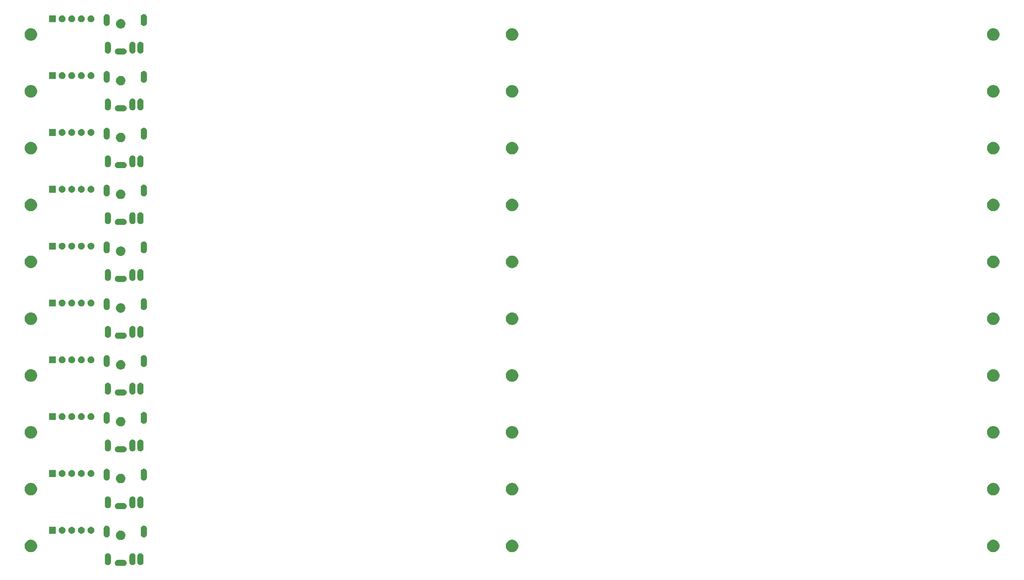
<source format=gbs>
%MOIN*%
%OFA0B0*%
%FSLAX46Y46*%
%IPPOS*%
%LPD*%
%ADD10C,0.0039370078740157488*%
%ADD21C,0.0039370078740157488*%
%ADD22C,0.0039370078740157488*%
%ADD23C,0.0039370078740157488*%
%ADD24C,0.0039370078740157488*%
%ADD25C,0.0039370078740157488*%
%ADD26C,0.0039370078740157488*%
%ADD27C,0.0039370078740157488*%
%ADD28C,0.0039370078740157488*%
%ADD29C,0.0039370078740157488*%
D10*
G36*
X0001343771Y0000091076D02*
G01*
X0001349746Y0000089264D01*
X0001355251Y0000086321D01*
X0001360077Y0000082361D01*
X0001364038Y0000077535D01*
X0001366981Y0000072029D01*
X0001368793Y0000066055D01*
X0001369405Y0000059842D01*
X0001368793Y0000053629D01*
X0001366981Y0000047655D01*
X0001364038Y0000042149D01*
X0001360077Y0000037323D01*
X0001355251Y0000033363D01*
X0001349746Y0000030420D01*
X0001343771Y0000028608D01*
X0001339115Y0000028149D01*
X0001276632Y0000028149D01*
X0001271976Y0000028608D01*
X0001266001Y0000030420D01*
X0001260496Y0000033363D01*
X0001255670Y0000037323D01*
X0001251709Y0000042149D01*
X0001248766Y0000047655D01*
X0001246954Y0000053629D01*
X0001246342Y0000059842D01*
X0001246954Y0000066055D01*
X0001248766Y0000072029D01*
X0001251709Y0000077535D01*
X0001255670Y0000082361D01*
X0001260496Y0000086321D01*
X0001266001Y0000089264D01*
X0001271976Y0000091076D01*
X0001276632Y0000091535D01*
X0001339115Y0000091535D01*
X0001343771Y0000091076D01*
G37*
G36*
X0001436134Y0000160131D02*
G01*
X0001442108Y0000158319D01*
X0001447614Y0000155376D01*
X0001452439Y0000151416D01*
X0001456400Y0000146590D01*
X0001459343Y0000141084D01*
X0001461155Y0000135110D01*
X0001461614Y0000130454D01*
X0001461614Y0000067970D01*
X0001461155Y0000063314D01*
X0001459343Y0000057340D01*
X0001456400Y0000051834D01*
X0001452439Y0000047008D01*
X0001447614Y0000043048D01*
X0001442108Y0000040105D01*
X0001436134Y0000038293D01*
X0001429921Y0000037681D01*
X0001423708Y0000038293D01*
X0001417734Y0000040105D01*
X0001412228Y0000043048D01*
X0001407402Y0000047008D01*
X0001403442Y0000051834D01*
X0001400499Y0000057340D01*
X0001398686Y0000063314D01*
X0001398228Y0000067970D01*
X0001398228Y0000130454D01*
X0001398686Y0000135110D01*
X0001400499Y0000141084D01*
X0001403442Y0000146590D01*
X0001407402Y0000151416D01*
X0001412228Y0000155376D01*
X0001417734Y0000158319D01*
X0001423708Y0000160131D01*
X0001429921Y0000160743D01*
X0001436134Y0000160131D01*
G37*
G36*
X0001518811Y0000160131D02*
G01*
X0001524785Y0000158319D01*
X0001530291Y0000155376D01*
X0001535117Y0000151416D01*
X0001539077Y0000146590D01*
X0001542020Y0000141084D01*
X0001543832Y0000135110D01*
X0001544291Y0000130454D01*
X0001544291Y0000067970D01*
X0001543832Y0000063314D01*
X0001542020Y0000057340D01*
X0001539077Y0000051834D01*
X0001535117Y0000047008D01*
X0001530291Y0000043048D01*
X0001524785Y0000040105D01*
X0001518811Y0000038293D01*
X0001512598Y0000037681D01*
X0001506385Y0000038293D01*
X0001500411Y0000040105D01*
X0001494905Y0000043048D01*
X0001490079Y0000047008D01*
X0001486119Y0000051834D01*
X0001483176Y0000057340D01*
X0001481364Y0000063314D01*
X0001480905Y0000067970D01*
X0001480905Y0000130454D01*
X0001481364Y0000135110D01*
X0001483176Y0000141084D01*
X0001486119Y0000146590D01*
X0001490079Y0000151416D01*
X0001494905Y0000155376D01*
X0001500411Y0000158319D01*
X0001506385Y0000160131D01*
X0001512598Y0000160743D01*
X0001518811Y0000160131D01*
G37*
G36*
X0001180228Y0000160131D02*
G01*
X0001186202Y0000158319D01*
X0001191708Y0000155376D01*
X0001196534Y0000151416D01*
X0001200494Y0000146590D01*
X0001203437Y0000141084D01*
X0001205250Y0000135110D01*
X0001205708Y0000130454D01*
X0001205708Y0000067970D01*
X0001205250Y0000063314D01*
X0001203437Y0000057340D01*
X0001200494Y0000051834D01*
X0001196534Y0000047008D01*
X0001191708Y0000043048D01*
X0001186202Y0000040105D01*
X0001180228Y0000038293D01*
X0001174015Y0000037681D01*
X0001167802Y0000038293D01*
X0001161828Y0000040105D01*
X0001156322Y0000043048D01*
X0001151497Y0000047008D01*
X0001147536Y0000051834D01*
X0001144593Y0000057340D01*
X0001142781Y0000063314D01*
X0001142322Y0000067970D01*
X0001142322Y0000130454D01*
X0001142781Y0000135110D01*
X0001144593Y0000141084D01*
X0001147536Y0000146590D01*
X0001151497Y0000151416D01*
X0001156322Y0000155376D01*
X0001161828Y0000158319D01*
X0001167802Y0000160131D01*
X0001174015Y0000160743D01*
X0001180228Y0000160131D01*
G37*
G36*
X0010387132Y0000299884D02*
G01*
X0010392975Y0000298722D01*
X0010404804Y0000293822D01*
X0010415450Y0000286709D01*
X0010424504Y0000277655D01*
X0010431617Y0000267009D01*
X0010436517Y0000255180D01*
X0010439015Y0000242622D01*
X0010439015Y0000229818D01*
X0010436517Y0000217260D01*
X0010431617Y0000205431D01*
X0010424504Y0000194785D01*
X0010415450Y0000185731D01*
X0010404804Y0000178618D01*
X0010392975Y0000173718D01*
X0010388789Y0000172885D01*
X0010380417Y0000171220D01*
X0010367613Y0000171220D01*
X0010359241Y0000172885D01*
X0010355055Y0000173718D01*
X0010343226Y0000178618D01*
X0010332580Y0000185731D01*
X0010323526Y0000194785D01*
X0010316413Y0000205431D01*
X0010311513Y0000217260D01*
X0010309015Y0000229818D01*
X0010309015Y0000242622D01*
X0010311513Y0000255180D01*
X0010316413Y0000267009D01*
X0010323526Y0000277655D01*
X0010332580Y0000286709D01*
X0010343226Y0000293822D01*
X0010355055Y0000298722D01*
X0010360899Y0000299884D01*
X0010367613Y0000301220D01*
X0010380417Y0000301220D01*
X0010387132Y0000299884D01*
G37*
G36*
X0005387132Y0000299884D02*
G01*
X0005392975Y0000298722D01*
X0005404804Y0000293822D01*
X0005415450Y0000286709D01*
X0005424504Y0000277655D01*
X0005431617Y0000267009D01*
X0005436517Y0000255180D01*
X0005439015Y0000242622D01*
X0005439015Y0000229818D01*
X0005436517Y0000217260D01*
X0005431617Y0000205431D01*
X0005424504Y0000194785D01*
X0005415450Y0000185731D01*
X0005404804Y0000178618D01*
X0005392975Y0000173718D01*
X0005388789Y0000172885D01*
X0005380417Y0000171220D01*
X0005367613Y0000171220D01*
X0005359241Y0000172885D01*
X0005355055Y0000173718D01*
X0005343226Y0000178618D01*
X0005332580Y0000185731D01*
X0005323526Y0000194785D01*
X0005316413Y0000205431D01*
X0005311513Y0000217260D01*
X0005309015Y0000229818D01*
X0005309015Y0000242622D01*
X0005311513Y0000255180D01*
X0005316413Y0000267009D01*
X0005323526Y0000277655D01*
X0005332580Y0000286709D01*
X0005343226Y0000293822D01*
X0005355055Y0000298722D01*
X0005360899Y0000299884D01*
X0005367613Y0000301220D01*
X0005380417Y0000301220D01*
X0005387132Y0000299884D01*
G37*
G36*
X0000387132Y0000299884D02*
G01*
X0000392975Y0000298722D01*
X0000404804Y0000293822D01*
X0000415450Y0000286709D01*
X0000424504Y0000277655D01*
X0000431617Y0000267009D01*
X0000436517Y0000255180D01*
X0000439015Y0000242622D01*
X0000439015Y0000229818D01*
X0000436517Y0000217260D01*
X0000431617Y0000205431D01*
X0000424504Y0000194785D01*
X0000415450Y0000185731D01*
X0000404804Y0000178618D01*
X0000392975Y0000173718D01*
X0000388789Y0000172885D01*
X0000380417Y0000171220D01*
X0000367613Y0000171220D01*
X0000359241Y0000172885D01*
X0000355055Y0000173718D01*
X0000343226Y0000178618D01*
X0000332580Y0000185731D01*
X0000323526Y0000194785D01*
X0000316413Y0000205431D01*
X0000311513Y0000217260D01*
X0000309015Y0000229818D01*
X0000309015Y0000242622D01*
X0000311513Y0000255180D01*
X0000316413Y0000267009D01*
X0000323526Y0000277655D01*
X0000332580Y0000286709D01*
X0000343226Y0000293822D01*
X0000355055Y0000298722D01*
X0000360899Y0000299884D01*
X0000367613Y0000301220D01*
X0000380417Y0000301220D01*
X0000387132Y0000299884D01*
G37*
G36*
X0001322240Y0000394603D02*
G01*
X0001331203Y0000390890D01*
X0001339270Y0000385500D01*
X0001346130Y0000378640D01*
X0001350795Y0000371659D01*
X0001351520Y0000370573D01*
X0001355233Y0000361610D01*
X0001356474Y0000355372D01*
X0001357125Y0000352095D01*
X0001357125Y0000342393D01*
X0001355233Y0000332877D01*
X0001351520Y0000323914D01*
X0001346130Y0000315847D01*
X0001339270Y0000308987D01*
X0001331203Y0000303597D01*
X0001331203Y0000303597D01*
X0001331203Y0000303597D01*
X0001322240Y0000299884D01*
X0001312724Y0000297992D01*
X0001303023Y0000297992D01*
X0001293507Y0000299884D01*
X0001284544Y0000303597D01*
X0001284544Y0000303597D01*
X0001284544Y0000303597D01*
X0001276477Y0000308987D01*
X0001269617Y0000315847D01*
X0001264227Y0000323914D01*
X0001260514Y0000332877D01*
X0001258622Y0000342393D01*
X0001258622Y0000352095D01*
X0001259273Y0000355372D01*
X0001260514Y0000361610D01*
X0001264227Y0000370573D01*
X0001264952Y0000371659D01*
X0001269617Y0000378640D01*
X0001276477Y0000385500D01*
X0001284544Y0000390890D01*
X0001293507Y0000394603D01*
X0001303023Y0000396496D01*
X0001312724Y0000396496D01*
X0001322240Y0000394603D01*
G37*
G36*
X0001554244Y0000447533D02*
G01*
X0001560218Y0000445721D01*
X0001565724Y0000442778D01*
X0001570550Y0000438817D01*
X0001574510Y0000433992D01*
X0001577453Y0000428486D01*
X0001579265Y0000422512D01*
X0001579724Y0000417856D01*
X0001579724Y0000355372D01*
X0001579265Y0000350716D01*
X0001577453Y0000344742D01*
X0001574510Y0000339236D01*
X0001570550Y0000334410D01*
X0001565724Y0000330449D01*
X0001560218Y0000327507D01*
X0001554244Y0000325694D01*
X0001548031Y0000325082D01*
X0001541818Y0000325694D01*
X0001535844Y0000327507D01*
X0001530338Y0000330449D01*
X0001525512Y0000334410D01*
X0001521552Y0000339236D01*
X0001518609Y0000344742D01*
X0001516797Y0000350716D01*
X0001516338Y0000355372D01*
X0001516338Y0000417856D01*
X0001516797Y0000422512D01*
X0001518609Y0000428486D01*
X0001521552Y0000433992D01*
X0001525512Y0000438817D01*
X0001530338Y0000442778D01*
X0001535844Y0000445721D01*
X0001541818Y0000447533D01*
X0001548031Y0000448145D01*
X0001554244Y0000447533D01*
G37*
G36*
X0001168417Y0000447533D02*
G01*
X0001174391Y0000445721D01*
X0001179897Y0000442778D01*
X0001184723Y0000438817D01*
X0001188683Y0000433992D01*
X0001191626Y0000428486D01*
X0001193439Y0000422512D01*
X0001193897Y0000417856D01*
X0001193897Y0000355372D01*
X0001193439Y0000350716D01*
X0001191626Y0000344742D01*
X0001188683Y0000339236D01*
X0001184723Y0000334410D01*
X0001179897Y0000330449D01*
X0001174391Y0000327507D01*
X0001168417Y0000325694D01*
X0001162204Y0000325082D01*
X0001155991Y0000325694D01*
X0001150017Y0000327507D01*
X0001144511Y0000330449D01*
X0001139686Y0000334410D01*
X0001135725Y0000339236D01*
X0001132782Y0000344742D01*
X0001130970Y0000350716D01*
X0001130511Y0000355372D01*
X0001130511Y0000417856D01*
X0001130970Y0000422512D01*
X0001132782Y0000428486D01*
X0001135725Y0000433992D01*
X0001139686Y0000438817D01*
X0001144511Y0000442778D01*
X0001150017Y0000445721D01*
X0001155991Y0000447533D01*
X0001162204Y0000448145D01*
X0001168417Y0000447533D01*
G37*
G36*
X0001003287Y0000434491D02*
G01*
X0001009165Y0000433321D01*
X0001015621Y0000430647D01*
X0001021431Y0000426765D01*
X0001026372Y0000421824D01*
X0001030254Y0000416015D01*
X0001032928Y0000409559D01*
X0001034291Y0000402706D01*
X0001034291Y0000395718D01*
X0001032928Y0000388865D01*
X0001030254Y0000382410D01*
X0001026372Y0000376600D01*
X0001021431Y0000371659D01*
X0001015621Y0000367777D01*
X0001009165Y0000365103D01*
X0001003287Y0000363934D01*
X0001002312Y0000363740D01*
X0000995325Y0000363740D01*
X0000994349Y0000363934D01*
X0000988471Y0000365103D01*
X0000982016Y0000367777D01*
X0000976206Y0000371659D01*
X0000971265Y0000376600D01*
X0000967383Y0000382410D01*
X0000964709Y0000388865D01*
X0000963346Y0000395718D01*
X0000963346Y0000402706D01*
X0000964709Y0000409559D01*
X0000967383Y0000416015D01*
X0000971265Y0000421824D01*
X0000976206Y0000426765D01*
X0000982016Y0000430647D01*
X0000988471Y0000433321D01*
X0000994349Y0000434491D01*
X0000995325Y0000434685D01*
X0001002312Y0000434685D01*
X0001003287Y0000434491D01*
G37*
G36*
X0000903287Y0000434491D02*
G01*
X0000909165Y0000433321D01*
X0000915621Y0000430647D01*
X0000921431Y0000426765D01*
X0000926372Y0000421824D01*
X0000930254Y0000416015D01*
X0000932928Y0000409559D01*
X0000934291Y0000402706D01*
X0000934291Y0000395718D01*
X0000932928Y0000388865D01*
X0000930254Y0000382410D01*
X0000926372Y0000376600D01*
X0000921431Y0000371659D01*
X0000915621Y0000367777D01*
X0000909165Y0000365103D01*
X0000903287Y0000363934D01*
X0000902312Y0000363740D01*
X0000895325Y0000363740D01*
X0000894349Y0000363934D01*
X0000888471Y0000365103D01*
X0000882016Y0000367777D01*
X0000876206Y0000371659D01*
X0000871265Y0000376600D01*
X0000867383Y0000382410D01*
X0000864709Y0000388865D01*
X0000863346Y0000395718D01*
X0000863346Y0000402706D01*
X0000864709Y0000409559D01*
X0000867383Y0000416015D01*
X0000871265Y0000421824D01*
X0000876206Y0000426765D01*
X0000882016Y0000430647D01*
X0000888471Y0000433321D01*
X0000894349Y0000434491D01*
X0000895325Y0000434685D01*
X0000902312Y0000434685D01*
X0000903287Y0000434491D01*
G37*
G36*
X0000803287Y0000434491D02*
G01*
X0000809165Y0000433321D01*
X0000815621Y0000430647D01*
X0000821431Y0000426765D01*
X0000826372Y0000421824D01*
X0000830254Y0000416015D01*
X0000832928Y0000409559D01*
X0000834291Y0000402706D01*
X0000834291Y0000395718D01*
X0000832928Y0000388865D01*
X0000830254Y0000382410D01*
X0000826372Y0000376600D01*
X0000821431Y0000371659D01*
X0000815621Y0000367777D01*
X0000809165Y0000365103D01*
X0000803287Y0000363934D01*
X0000802312Y0000363740D01*
X0000795325Y0000363740D01*
X0000794349Y0000363934D01*
X0000788471Y0000365103D01*
X0000782016Y0000367777D01*
X0000776206Y0000371659D01*
X0000771265Y0000376600D01*
X0000767383Y0000382410D01*
X0000764709Y0000388865D01*
X0000763346Y0000395718D01*
X0000763346Y0000402706D01*
X0000764709Y0000409559D01*
X0000767383Y0000416015D01*
X0000771265Y0000421824D01*
X0000776206Y0000426765D01*
X0000782016Y0000430647D01*
X0000788471Y0000433321D01*
X0000794349Y0000434491D01*
X0000795325Y0000434685D01*
X0000802312Y0000434685D01*
X0000803287Y0000434491D01*
G37*
G36*
X0000703287Y0000434491D02*
G01*
X0000709165Y0000433321D01*
X0000715621Y0000430647D01*
X0000721431Y0000426765D01*
X0000726372Y0000421824D01*
X0000730254Y0000416015D01*
X0000732928Y0000409559D01*
X0000734291Y0000402706D01*
X0000734291Y0000395718D01*
X0000732928Y0000388865D01*
X0000730254Y0000382410D01*
X0000726372Y0000376600D01*
X0000721431Y0000371659D01*
X0000715621Y0000367777D01*
X0000709165Y0000365103D01*
X0000703287Y0000363934D01*
X0000702312Y0000363740D01*
X0000695325Y0000363740D01*
X0000694349Y0000363934D01*
X0000688471Y0000365103D01*
X0000682016Y0000367777D01*
X0000676206Y0000371659D01*
X0000671265Y0000376600D01*
X0000667383Y0000382410D01*
X0000664709Y0000388865D01*
X0000663346Y0000395718D01*
X0000663346Y0000402706D01*
X0000664709Y0000409559D01*
X0000667383Y0000416015D01*
X0000671265Y0000421824D01*
X0000676206Y0000426765D01*
X0000682016Y0000430647D01*
X0000688471Y0000433321D01*
X0000694349Y0000434491D01*
X0000695325Y0000434685D01*
X0000702312Y0000434685D01*
X0000703287Y0000434491D01*
G37*
G36*
X0000634291Y0000363740D02*
G01*
X0000563346Y0000363740D01*
X0000563346Y0000434685D01*
X0000634291Y0000434685D01*
X0000634291Y0000363740D01*
G37*
G04 next file*
G04 #@! TF.GenerationSoftware,KiCad,Pcbnew,(5.1.5-0)*
G04 #@! TF.CreationDate,2020-08-20T15:01:18-04:00*
G04 #@! TF.ProjectId,LEDIO,4c454449-4f2e-46b6-9963-61645f706362,rev?*
G04 #@! TF.SameCoordinates,Original*
G04 #@! TF.FileFunction,Soldermask,Bot*
G04 #@! TF.FilePolarity,Negative*
G04 Gerber Fmt 4.6, Leading zero omitted, Abs format (unit mm)*
G04 Created by KiCad (PCBNEW (5.1.5-0)) date 2020-08-20 15:01:18*
G04 APERTURE LIST*
G04 APERTURE END LIST*
D21*
G36*
X0001343771Y0000681627D02*
G01*
X0001349746Y0000679815D01*
X0001355251Y0000676872D01*
X0001360077Y0000672912D01*
X0001364038Y0000668086D01*
X0001366981Y0000662580D01*
X0001368793Y0000656606D01*
X0001369405Y0000650393D01*
X0001368793Y0000644180D01*
X0001366981Y0000638206D01*
X0001364038Y0000632700D01*
X0001360077Y0000627875D01*
X0001355251Y0000623914D01*
X0001349746Y0000620971D01*
X0001343771Y0000619159D01*
X0001339115Y0000618700D01*
X0001276632Y0000618700D01*
X0001271976Y0000619159D01*
X0001266001Y0000620971D01*
X0001260496Y0000623914D01*
X0001255670Y0000627875D01*
X0001251709Y0000632700D01*
X0001248766Y0000638206D01*
X0001246954Y0000644180D01*
X0001246342Y0000650393D01*
X0001246954Y0000656606D01*
X0001248766Y0000662580D01*
X0001251709Y0000668086D01*
X0001255670Y0000672912D01*
X0001260496Y0000676872D01*
X0001266001Y0000679815D01*
X0001271976Y0000681627D01*
X0001276632Y0000682086D01*
X0001339115Y0000682086D01*
X0001343771Y0000681627D01*
G37*
G36*
X0001436134Y0000750683D02*
G01*
X0001442108Y0000748870D01*
X0001447614Y0000745928D01*
X0001452439Y0000741967D01*
X0001456400Y0000737141D01*
X0001459343Y0000731635D01*
X0001461155Y0000725661D01*
X0001461614Y0000721005D01*
X0001461614Y0000658521D01*
X0001461155Y0000653865D01*
X0001459343Y0000647891D01*
X0001456400Y0000642385D01*
X0001452439Y0000637560D01*
X0001447614Y0000633599D01*
X0001442108Y0000630656D01*
X0001436134Y0000628844D01*
X0001429921Y0000628232D01*
X0001423708Y0000628844D01*
X0001417734Y0000630656D01*
X0001412228Y0000633599D01*
X0001407402Y0000637560D01*
X0001403442Y0000642385D01*
X0001400499Y0000647891D01*
X0001398686Y0000653865D01*
X0001398228Y0000658521D01*
X0001398228Y0000721005D01*
X0001398686Y0000725661D01*
X0001400499Y0000731635D01*
X0001403442Y0000737141D01*
X0001407402Y0000741967D01*
X0001412228Y0000745928D01*
X0001417734Y0000748870D01*
X0001423708Y0000750683D01*
X0001429921Y0000751295D01*
X0001436134Y0000750683D01*
G37*
G36*
X0001518811Y0000750683D02*
G01*
X0001524785Y0000748870D01*
X0001530291Y0000745928D01*
X0001535117Y0000741967D01*
X0001539077Y0000737141D01*
X0001542020Y0000731635D01*
X0001543832Y0000725661D01*
X0001544291Y0000721005D01*
X0001544291Y0000658521D01*
X0001543832Y0000653865D01*
X0001542020Y0000647891D01*
X0001539077Y0000642385D01*
X0001535117Y0000637560D01*
X0001530291Y0000633599D01*
X0001524785Y0000630656D01*
X0001518811Y0000628844D01*
X0001512598Y0000628232D01*
X0001506385Y0000628844D01*
X0001500411Y0000630656D01*
X0001494905Y0000633599D01*
X0001490079Y0000637560D01*
X0001486119Y0000642385D01*
X0001483176Y0000647891D01*
X0001481364Y0000653865D01*
X0001480905Y0000658521D01*
X0001480905Y0000721005D01*
X0001481364Y0000725661D01*
X0001483176Y0000731635D01*
X0001486119Y0000737141D01*
X0001490079Y0000741967D01*
X0001494905Y0000745928D01*
X0001500411Y0000748870D01*
X0001506385Y0000750683D01*
X0001512598Y0000751295D01*
X0001518811Y0000750683D01*
G37*
G36*
X0001180228Y0000750683D02*
G01*
X0001186202Y0000748870D01*
X0001191708Y0000745928D01*
X0001196534Y0000741967D01*
X0001200494Y0000737141D01*
X0001203437Y0000731635D01*
X0001205250Y0000725661D01*
X0001205708Y0000721005D01*
X0001205708Y0000658521D01*
X0001205250Y0000653865D01*
X0001203437Y0000647891D01*
X0001200494Y0000642385D01*
X0001196534Y0000637560D01*
X0001191708Y0000633599D01*
X0001186202Y0000630656D01*
X0001180228Y0000628844D01*
X0001174015Y0000628232D01*
X0001167802Y0000628844D01*
X0001161828Y0000630656D01*
X0001156322Y0000633599D01*
X0001151497Y0000637560D01*
X0001147536Y0000642385D01*
X0001144593Y0000647891D01*
X0001142781Y0000653865D01*
X0001142322Y0000658521D01*
X0001142322Y0000721005D01*
X0001142781Y0000725661D01*
X0001144593Y0000731635D01*
X0001147536Y0000737141D01*
X0001151497Y0000741967D01*
X0001156322Y0000745928D01*
X0001161828Y0000748870D01*
X0001167802Y0000750683D01*
X0001174015Y0000751295D01*
X0001180228Y0000750683D01*
G37*
G36*
X0010387132Y0000890436D02*
G01*
X0010392975Y0000889273D01*
X0010404804Y0000884373D01*
X0010415450Y0000877260D01*
X0010424504Y0000868206D01*
X0010431617Y0000857560D01*
X0010436517Y0000845731D01*
X0010439015Y0000833173D01*
X0010439015Y0000820369D01*
X0010436517Y0000807811D01*
X0010431617Y0000795982D01*
X0010424504Y0000785336D01*
X0010415450Y0000776282D01*
X0010404804Y0000769169D01*
X0010392975Y0000764269D01*
X0010388789Y0000763436D01*
X0010380417Y0000761771D01*
X0010367613Y0000761771D01*
X0010359241Y0000763436D01*
X0010355055Y0000764269D01*
X0010343226Y0000769169D01*
X0010332580Y0000776282D01*
X0010323526Y0000785336D01*
X0010316413Y0000795982D01*
X0010311513Y0000807811D01*
X0010309015Y0000820369D01*
X0010309015Y0000833173D01*
X0010311513Y0000845731D01*
X0010316413Y0000857560D01*
X0010323526Y0000868206D01*
X0010332580Y0000877260D01*
X0010343226Y0000884373D01*
X0010355055Y0000889273D01*
X0010360899Y0000890436D01*
X0010367613Y0000891771D01*
X0010380417Y0000891771D01*
X0010387132Y0000890436D01*
G37*
G36*
X0005387132Y0000890436D02*
G01*
X0005392975Y0000889273D01*
X0005404804Y0000884373D01*
X0005415450Y0000877260D01*
X0005424504Y0000868206D01*
X0005431617Y0000857560D01*
X0005436517Y0000845731D01*
X0005439015Y0000833173D01*
X0005439015Y0000820369D01*
X0005436517Y0000807811D01*
X0005431617Y0000795982D01*
X0005424504Y0000785336D01*
X0005415450Y0000776282D01*
X0005404804Y0000769169D01*
X0005392975Y0000764269D01*
X0005388789Y0000763436D01*
X0005380417Y0000761771D01*
X0005367613Y0000761771D01*
X0005359241Y0000763436D01*
X0005355055Y0000764269D01*
X0005343226Y0000769169D01*
X0005332580Y0000776282D01*
X0005323526Y0000785336D01*
X0005316413Y0000795982D01*
X0005311513Y0000807811D01*
X0005309015Y0000820369D01*
X0005309015Y0000833173D01*
X0005311513Y0000845731D01*
X0005316413Y0000857560D01*
X0005323526Y0000868206D01*
X0005332580Y0000877260D01*
X0005343226Y0000884373D01*
X0005355055Y0000889273D01*
X0005360899Y0000890436D01*
X0005367613Y0000891771D01*
X0005380417Y0000891771D01*
X0005387132Y0000890436D01*
G37*
G36*
X0000387132Y0000890436D02*
G01*
X0000392975Y0000889273D01*
X0000404804Y0000884373D01*
X0000415450Y0000877260D01*
X0000424504Y0000868206D01*
X0000431617Y0000857560D01*
X0000436517Y0000845731D01*
X0000439015Y0000833173D01*
X0000439015Y0000820369D01*
X0000436517Y0000807811D01*
X0000431617Y0000795982D01*
X0000424504Y0000785336D01*
X0000415450Y0000776282D01*
X0000404804Y0000769169D01*
X0000392975Y0000764269D01*
X0000388789Y0000763436D01*
X0000380417Y0000761771D01*
X0000367613Y0000761771D01*
X0000359241Y0000763436D01*
X0000355055Y0000764269D01*
X0000343226Y0000769169D01*
X0000332580Y0000776282D01*
X0000323526Y0000785336D01*
X0000316413Y0000795982D01*
X0000311513Y0000807811D01*
X0000309015Y0000820369D01*
X0000309015Y0000833173D01*
X0000311513Y0000845731D01*
X0000316413Y0000857560D01*
X0000323526Y0000868206D01*
X0000332580Y0000877260D01*
X0000343226Y0000884373D01*
X0000355055Y0000889273D01*
X0000360899Y0000890436D01*
X0000367613Y0000891771D01*
X0000380417Y0000891771D01*
X0000387132Y0000890436D01*
G37*
G36*
X0001322240Y0000985154D02*
G01*
X0001331203Y0000981441D01*
X0001339270Y0000976051D01*
X0001346130Y0000969191D01*
X0001350795Y0000962210D01*
X0001351520Y0000961124D01*
X0001355233Y0000952161D01*
X0001356474Y0000945923D01*
X0001357125Y0000942646D01*
X0001357125Y0000932944D01*
X0001355233Y0000923428D01*
X0001351520Y0000914465D01*
X0001346130Y0000906398D01*
X0001339270Y0000899538D01*
X0001331203Y0000894148D01*
X0001331203Y0000894148D01*
X0001331203Y0000894148D01*
X0001322240Y0000890436D01*
X0001312724Y0000888543D01*
X0001303023Y0000888543D01*
X0001293507Y0000890436D01*
X0001284544Y0000894148D01*
X0001284544Y0000894148D01*
X0001284544Y0000894148D01*
X0001276477Y0000899538D01*
X0001269617Y0000906398D01*
X0001264227Y0000914465D01*
X0001260514Y0000923428D01*
X0001258622Y0000932944D01*
X0001258622Y0000942646D01*
X0001259273Y0000945923D01*
X0001260514Y0000952161D01*
X0001264227Y0000961124D01*
X0001264952Y0000962210D01*
X0001269617Y0000969191D01*
X0001276477Y0000976051D01*
X0001284544Y0000981441D01*
X0001293507Y0000985154D01*
X0001303023Y0000987047D01*
X0001312724Y0000987047D01*
X0001322240Y0000985154D01*
G37*
G36*
X0001554244Y0001038084D02*
G01*
X0001560218Y0001036272D01*
X0001565724Y0001033329D01*
X0001570550Y0001029369D01*
X0001574510Y0001024543D01*
X0001577453Y0001019037D01*
X0001579265Y0001013063D01*
X0001579724Y0001008407D01*
X0001579724Y0000945923D01*
X0001579265Y0000941267D01*
X0001577453Y0000935293D01*
X0001574510Y0000929787D01*
X0001570550Y0000924961D01*
X0001565724Y0000921001D01*
X0001560218Y0000918058D01*
X0001554244Y0000916245D01*
X0001548031Y0000915634D01*
X0001541818Y0000916245D01*
X0001535844Y0000918058D01*
X0001530338Y0000921001D01*
X0001525512Y0000924961D01*
X0001521552Y0000929787D01*
X0001518609Y0000935293D01*
X0001516797Y0000941267D01*
X0001516338Y0000945923D01*
X0001516338Y0001008407D01*
X0001516797Y0001013063D01*
X0001518609Y0001019037D01*
X0001521552Y0001024543D01*
X0001525512Y0001029369D01*
X0001530338Y0001033329D01*
X0001535844Y0001036272D01*
X0001541818Y0001038084D01*
X0001548031Y0001038696D01*
X0001554244Y0001038084D01*
G37*
G36*
X0001168417Y0001038084D02*
G01*
X0001174391Y0001036272D01*
X0001179897Y0001033329D01*
X0001184723Y0001029369D01*
X0001188683Y0001024543D01*
X0001191626Y0001019037D01*
X0001193439Y0001013063D01*
X0001193897Y0001008407D01*
X0001193897Y0000945923D01*
X0001193439Y0000941267D01*
X0001191626Y0000935293D01*
X0001188683Y0000929787D01*
X0001184723Y0000924961D01*
X0001179897Y0000921001D01*
X0001174391Y0000918058D01*
X0001168417Y0000916245D01*
X0001162204Y0000915634D01*
X0001155991Y0000916245D01*
X0001150017Y0000918058D01*
X0001144511Y0000921001D01*
X0001139686Y0000924961D01*
X0001135725Y0000929787D01*
X0001132782Y0000935293D01*
X0001130970Y0000941267D01*
X0001130511Y0000945923D01*
X0001130511Y0001008407D01*
X0001130970Y0001013063D01*
X0001132782Y0001019037D01*
X0001135725Y0001024543D01*
X0001139686Y0001029369D01*
X0001144511Y0001033329D01*
X0001150017Y0001036272D01*
X0001155991Y0001038084D01*
X0001162204Y0001038696D01*
X0001168417Y0001038084D01*
G37*
G36*
X0001003287Y0001025042D02*
G01*
X0001009165Y0001023873D01*
X0001015621Y0001021199D01*
X0001021431Y0001017317D01*
X0001026372Y0001012376D01*
X0001030254Y0001006566D01*
X0001032928Y0001000110D01*
X0001034291Y0000993257D01*
X0001034291Y0000986270D01*
X0001032928Y0000979416D01*
X0001030254Y0000972961D01*
X0001026372Y0000967151D01*
X0001021431Y0000962210D01*
X0001015621Y0000958328D01*
X0001009165Y0000955654D01*
X0001003287Y0000954485D01*
X0001002312Y0000954291D01*
X0000995325Y0000954291D01*
X0000994349Y0000954485D01*
X0000988471Y0000955654D01*
X0000982016Y0000958328D01*
X0000976206Y0000962210D01*
X0000971265Y0000967151D01*
X0000967383Y0000972961D01*
X0000964709Y0000979416D01*
X0000963346Y0000986270D01*
X0000963346Y0000993257D01*
X0000964709Y0001000110D01*
X0000967383Y0001006566D01*
X0000971265Y0001012376D01*
X0000976206Y0001017317D01*
X0000982016Y0001021199D01*
X0000988471Y0001023873D01*
X0000994349Y0001025042D01*
X0000995325Y0001025236D01*
X0001002312Y0001025236D01*
X0001003287Y0001025042D01*
G37*
G36*
X0000903287Y0001025042D02*
G01*
X0000909165Y0001023873D01*
X0000915621Y0001021199D01*
X0000921431Y0001017317D01*
X0000926372Y0001012376D01*
X0000930254Y0001006566D01*
X0000932928Y0001000110D01*
X0000934291Y0000993257D01*
X0000934291Y0000986270D01*
X0000932928Y0000979416D01*
X0000930254Y0000972961D01*
X0000926372Y0000967151D01*
X0000921431Y0000962210D01*
X0000915621Y0000958328D01*
X0000909165Y0000955654D01*
X0000903287Y0000954485D01*
X0000902312Y0000954291D01*
X0000895325Y0000954291D01*
X0000894349Y0000954485D01*
X0000888471Y0000955654D01*
X0000882016Y0000958328D01*
X0000876206Y0000962210D01*
X0000871265Y0000967151D01*
X0000867383Y0000972961D01*
X0000864709Y0000979416D01*
X0000863346Y0000986270D01*
X0000863346Y0000993257D01*
X0000864709Y0001000110D01*
X0000867383Y0001006566D01*
X0000871265Y0001012376D01*
X0000876206Y0001017317D01*
X0000882016Y0001021199D01*
X0000888471Y0001023873D01*
X0000894349Y0001025042D01*
X0000895325Y0001025236D01*
X0000902312Y0001025236D01*
X0000903287Y0001025042D01*
G37*
G36*
X0000803287Y0001025042D02*
G01*
X0000809165Y0001023873D01*
X0000815621Y0001021199D01*
X0000821431Y0001017317D01*
X0000826372Y0001012376D01*
X0000830254Y0001006566D01*
X0000832928Y0001000110D01*
X0000834291Y0000993257D01*
X0000834291Y0000986270D01*
X0000832928Y0000979416D01*
X0000830254Y0000972961D01*
X0000826372Y0000967151D01*
X0000821431Y0000962210D01*
X0000815621Y0000958328D01*
X0000809165Y0000955654D01*
X0000803287Y0000954485D01*
X0000802312Y0000954291D01*
X0000795325Y0000954291D01*
X0000794349Y0000954485D01*
X0000788471Y0000955654D01*
X0000782016Y0000958328D01*
X0000776206Y0000962210D01*
X0000771265Y0000967151D01*
X0000767383Y0000972961D01*
X0000764709Y0000979416D01*
X0000763346Y0000986270D01*
X0000763346Y0000993257D01*
X0000764709Y0001000110D01*
X0000767383Y0001006566D01*
X0000771265Y0001012376D01*
X0000776206Y0001017317D01*
X0000782016Y0001021199D01*
X0000788471Y0001023873D01*
X0000794349Y0001025042D01*
X0000795325Y0001025236D01*
X0000802312Y0001025236D01*
X0000803287Y0001025042D01*
G37*
G36*
X0000703287Y0001025042D02*
G01*
X0000709165Y0001023873D01*
X0000715621Y0001021199D01*
X0000721431Y0001017317D01*
X0000726372Y0001012376D01*
X0000730254Y0001006566D01*
X0000732928Y0001000110D01*
X0000734291Y0000993257D01*
X0000734291Y0000986270D01*
X0000732928Y0000979416D01*
X0000730254Y0000972961D01*
X0000726372Y0000967151D01*
X0000721431Y0000962210D01*
X0000715621Y0000958328D01*
X0000709165Y0000955654D01*
X0000703287Y0000954485D01*
X0000702312Y0000954291D01*
X0000695325Y0000954291D01*
X0000694349Y0000954485D01*
X0000688471Y0000955654D01*
X0000682016Y0000958328D01*
X0000676206Y0000962210D01*
X0000671265Y0000967151D01*
X0000667383Y0000972961D01*
X0000664709Y0000979416D01*
X0000663346Y0000986270D01*
X0000663346Y0000993257D01*
X0000664709Y0001000110D01*
X0000667383Y0001006566D01*
X0000671265Y0001012376D01*
X0000676206Y0001017317D01*
X0000682016Y0001021199D01*
X0000688471Y0001023873D01*
X0000694349Y0001025042D01*
X0000695325Y0001025236D01*
X0000702312Y0001025236D01*
X0000703287Y0001025042D01*
G37*
G36*
X0000634291Y0000954291D02*
G01*
X0000563346Y0000954291D01*
X0000563346Y0001025236D01*
X0000634291Y0001025236D01*
X0000634291Y0000954291D01*
G37*
G04 next file*
G04 #@! TF.GenerationSoftware,KiCad,Pcbnew,(5.1.5-0)*
G04 #@! TF.CreationDate,2020-08-20T15:01:18-04:00*
G04 #@! TF.ProjectId,LEDIO,4c454449-4f2e-46b6-9963-61645f706362,rev?*
G04 #@! TF.SameCoordinates,Original*
G04 #@! TF.FileFunction,Soldermask,Bot*
G04 #@! TF.FilePolarity,Negative*
G04 Gerber Fmt 4.6, Leading zero omitted, Abs format (unit mm)*
G04 Created by KiCad (PCBNEW (5.1.5-0)) date 2020-08-20 15:01:18*
G04 APERTURE LIST*
G04 APERTURE END LIST*
D22*
G36*
X0001343771Y0001272179D02*
G01*
X0001349746Y0001270366D01*
X0001355251Y0001267424D01*
X0001360077Y0001263463D01*
X0001364038Y0001258637D01*
X0001366981Y0001253131D01*
X0001368793Y0001247157D01*
X0001369405Y0001240944D01*
X0001368793Y0001234731D01*
X0001366981Y0001228757D01*
X0001364038Y0001223252D01*
X0001360077Y0001218426D01*
X0001355251Y0001214465D01*
X0001349746Y0001211522D01*
X0001343771Y0001209710D01*
X0001339115Y0001209251D01*
X0001276632Y0001209251D01*
X0001271976Y0001209710D01*
X0001266001Y0001211522D01*
X0001260496Y0001214465D01*
X0001255670Y0001218426D01*
X0001251709Y0001223252D01*
X0001248766Y0001228757D01*
X0001246954Y0001234731D01*
X0001246342Y0001240944D01*
X0001246954Y0001247157D01*
X0001248766Y0001253131D01*
X0001251709Y0001258637D01*
X0001255670Y0001263463D01*
X0001260496Y0001267424D01*
X0001266001Y0001270366D01*
X0001271976Y0001272179D01*
X0001276632Y0001272637D01*
X0001339115Y0001272637D01*
X0001343771Y0001272179D01*
G37*
G36*
X0001436134Y0001341234D02*
G01*
X0001442108Y0001339422D01*
X0001447614Y0001336479D01*
X0001452439Y0001332518D01*
X0001456400Y0001327692D01*
X0001459343Y0001322187D01*
X0001461155Y0001316212D01*
X0001461614Y0001311556D01*
X0001461614Y0001249072D01*
X0001461155Y0001244417D01*
X0001459343Y0001238442D01*
X0001456400Y0001232937D01*
X0001452439Y0001228111D01*
X0001447614Y0001224150D01*
X0001442108Y0001221207D01*
X0001436134Y0001219395D01*
X0001429921Y0001218783D01*
X0001423708Y0001219395D01*
X0001417734Y0001221207D01*
X0001412228Y0001224150D01*
X0001407402Y0001228111D01*
X0001403442Y0001232937D01*
X0001400499Y0001238442D01*
X0001398686Y0001244417D01*
X0001398228Y0001249072D01*
X0001398228Y0001311556D01*
X0001398686Y0001316212D01*
X0001400499Y0001322187D01*
X0001403442Y0001327692D01*
X0001407402Y0001332518D01*
X0001412228Y0001336479D01*
X0001417734Y0001339422D01*
X0001423708Y0001341234D01*
X0001429921Y0001341846D01*
X0001436134Y0001341234D01*
G37*
G36*
X0001518811Y0001341234D02*
G01*
X0001524785Y0001339422D01*
X0001530291Y0001336479D01*
X0001535117Y0001332518D01*
X0001539077Y0001327692D01*
X0001542020Y0001322187D01*
X0001543832Y0001316212D01*
X0001544291Y0001311556D01*
X0001544291Y0001249072D01*
X0001543832Y0001244417D01*
X0001542020Y0001238442D01*
X0001539077Y0001232937D01*
X0001535117Y0001228111D01*
X0001530291Y0001224150D01*
X0001524785Y0001221207D01*
X0001518811Y0001219395D01*
X0001512598Y0001218783D01*
X0001506385Y0001219395D01*
X0001500411Y0001221207D01*
X0001494905Y0001224150D01*
X0001490079Y0001228111D01*
X0001486119Y0001232937D01*
X0001483176Y0001238442D01*
X0001481364Y0001244417D01*
X0001480905Y0001249072D01*
X0001480905Y0001311556D01*
X0001481364Y0001316212D01*
X0001483176Y0001322187D01*
X0001486119Y0001327692D01*
X0001490079Y0001332518D01*
X0001494905Y0001336479D01*
X0001500411Y0001339422D01*
X0001506385Y0001341234D01*
X0001512598Y0001341846D01*
X0001518811Y0001341234D01*
G37*
G36*
X0001180228Y0001341234D02*
G01*
X0001186202Y0001339422D01*
X0001191708Y0001336479D01*
X0001196534Y0001332518D01*
X0001200494Y0001327692D01*
X0001203437Y0001322187D01*
X0001205250Y0001316212D01*
X0001205708Y0001311556D01*
X0001205708Y0001249072D01*
X0001205250Y0001244417D01*
X0001203437Y0001238442D01*
X0001200494Y0001232937D01*
X0001196534Y0001228111D01*
X0001191708Y0001224150D01*
X0001186202Y0001221207D01*
X0001180228Y0001219395D01*
X0001174015Y0001218783D01*
X0001167802Y0001219395D01*
X0001161828Y0001221207D01*
X0001156322Y0001224150D01*
X0001151497Y0001228111D01*
X0001147536Y0001232937D01*
X0001144593Y0001238442D01*
X0001142781Y0001244417D01*
X0001142322Y0001249072D01*
X0001142322Y0001311556D01*
X0001142781Y0001316212D01*
X0001144593Y0001322187D01*
X0001147536Y0001327692D01*
X0001151497Y0001332518D01*
X0001156322Y0001336479D01*
X0001161828Y0001339422D01*
X0001167802Y0001341234D01*
X0001174015Y0001341846D01*
X0001180228Y0001341234D01*
G37*
G36*
X0010387132Y0001480987D02*
G01*
X0010392975Y0001479824D01*
X0010404804Y0001474925D01*
X0010415450Y0001467811D01*
X0010424504Y0001458757D01*
X0010431617Y0001448111D01*
X0010436517Y0001436282D01*
X0010439015Y0001423724D01*
X0010439015Y0001410920D01*
X0010436517Y0001398363D01*
X0010431617Y0001386533D01*
X0010424504Y0001375887D01*
X0010415450Y0001366834D01*
X0010404804Y0001359720D01*
X0010392975Y0001354820D01*
X0010388789Y0001353988D01*
X0010380417Y0001352322D01*
X0010367613Y0001352322D01*
X0010359241Y0001353988D01*
X0010355055Y0001354820D01*
X0010343226Y0001359720D01*
X0010332580Y0001366834D01*
X0010323526Y0001375887D01*
X0010316413Y0001386533D01*
X0010311513Y0001398363D01*
X0010309015Y0001410920D01*
X0010309015Y0001423724D01*
X0010311513Y0001436282D01*
X0010316413Y0001448111D01*
X0010323526Y0001458757D01*
X0010332580Y0001467811D01*
X0010343226Y0001474925D01*
X0010355055Y0001479824D01*
X0010360899Y0001480987D01*
X0010367613Y0001482322D01*
X0010380417Y0001482322D01*
X0010387132Y0001480987D01*
G37*
G36*
X0005387132Y0001480987D02*
G01*
X0005392975Y0001479824D01*
X0005404804Y0001474925D01*
X0005415450Y0001467811D01*
X0005424504Y0001458757D01*
X0005431617Y0001448111D01*
X0005436517Y0001436282D01*
X0005439015Y0001423724D01*
X0005439015Y0001410920D01*
X0005436517Y0001398363D01*
X0005431617Y0001386533D01*
X0005424504Y0001375887D01*
X0005415450Y0001366834D01*
X0005404804Y0001359720D01*
X0005392975Y0001354820D01*
X0005388789Y0001353988D01*
X0005380417Y0001352322D01*
X0005367613Y0001352322D01*
X0005359241Y0001353988D01*
X0005355055Y0001354820D01*
X0005343226Y0001359720D01*
X0005332580Y0001366834D01*
X0005323526Y0001375887D01*
X0005316413Y0001386533D01*
X0005311513Y0001398363D01*
X0005309015Y0001410920D01*
X0005309015Y0001423724D01*
X0005311513Y0001436282D01*
X0005316413Y0001448111D01*
X0005323526Y0001458757D01*
X0005332580Y0001467811D01*
X0005343226Y0001474925D01*
X0005355055Y0001479824D01*
X0005360899Y0001480987D01*
X0005367613Y0001482322D01*
X0005380417Y0001482322D01*
X0005387132Y0001480987D01*
G37*
G36*
X0000387132Y0001480987D02*
G01*
X0000392975Y0001479824D01*
X0000404804Y0001474925D01*
X0000415450Y0001467811D01*
X0000424504Y0001458757D01*
X0000431617Y0001448111D01*
X0000436517Y0001436282D01*
X0000439015Y0001423724D01*
X0000439015Y0001410920D01*
X0000436517Y0001398363D01*
X0000431617Y0001386533D01*
X0000424504Y0001375887D01*
X0000415450Y0001366834D01*
X0000404804Y0001359720D01*
X0000392975Y0001354820D01*
X0000388789Y0001353988D01*
X0000380417Y0001352322D01*
X0000367613Y0001352322D01*
X0000359241Y0001353988D01*
X0000355055Y0001354820D01*
X0000343226Y0001359720D01*
X0000332580Y0001366834D01*
X0000323526Y0001375887D01*
X0000316413Y0001386533D01*
X0000311513Y0001398363D01*
X0000309015Y0001410920D01*
X0000309015Y0001423724D01*
X0000311513Y0001436282D01*
X0000316413Y0001448111D01*
X0000323526Y0001458757D01*
X0000332580Y0001467811D01*
X0000343226Y0001474925D01*
X0000355055Y0001479824D01*
X0000360899Y0001480987D01*
X0000367613Y0001482322D01*
X0000380417Y0001482322D01*
X0000387132Y0001480987D01*
G37*
G36*
X0001322240Y0001575705D02*
G01*
X0001331203Y0001571992D01*
X0001339270Y0001566602D01*
X0001346130Y0001559742D01*
X0001350795Y0001552761D01*
X0001351520Y0001551675D01*
X0001355233Y0001542712D01*
X0001356474Y0001536474D01*
X0001357125Y0001533197D01*
X0001357125Y0001523495D01*
X0001355233Y0001513980D01*
X0001351520Y0001505016D01*
X0001346130Y0001496950D01*
X0001339270Y0001490089D01*
X0001331203Y0001484699D01*
X0001331203Y0001484699D01*
X0001331203Y0001484699D01*
X0001322240Y0001480987D01*
X0001312724Y0001479094D01*
X0001303023Y0001479094D01*
X0001293507Y0001480987D01*
X0001284544Y0001484699D01*
X0001284544Y0001484699D01*
X0001284544Y0001484699D01*
X0001276477Y0001490089D01*
X0001269617Y0001496950D01*
X0001264227Y0001505016D01*
X0001260514Y0001513980D01*
X0001258622Y0001523495D01*
X0001258622Y0001533197D01*
X0001259273Y0001536474D01*
X0001260514Y0001542712D01*
X0001264227Y0001551675D01*
X0001264952Y0001552761D01*
X0001269617Y0001559742D01*
X0001276477Y0001566602D01*
X0001284544Y0001571992D01*
X0001293507Y0001575705D01*
X0001303023Y0001577598D01*
X0001312724Y0001577598D01*
X0001322240Y0001575705D01*
G37*
G36*
X0001554244Y0001628635D02*
G01*
X0001560218Y0001626823D01*
X0001565724Y0001623880D01*
X0001570550Y0001619920D01*
X0001574510Y0001615094D01*
X0001577453Y0001609588D01*
X0001579265Y0001603614D01*
X0001579724Y0001598958D01*
X0001579724Y0001536474D01*
X0001579265Y0001531818D01*
X0001577453Y0001525844D01*
X0001574510Y0001520338D01*
X0001570550Y0001515512D01*
X0001565724Y0001511552D01*
X0001560218Y0001508609D01*
X0001554244Y0001506797D01*
X0001548031Y0001506185D01*
X0001541818Y0001506797D01*
X0001535844Y0001508609D01*
X0001530338Y0001511552D01*
X0001525512Y0001515512D01*
X0001521552Y0001520338D01*
X0001518609Y0001525844D01*
X0001516797Y0001531818D01*
X0001516338Y0001536474D01*
X0001516338Y0001598958D01*
X0001516797Y0001603614D01*
X0001518609Y0001609588D01*
X0001521552Y0001615094D01*
X0001525512Y0001619920D01*
X0001530338Y0001623880D01*
X0001535844Y0001626823D01*
X0001541818Y0001628635D01*
X0001548031Y0001629247D01*
X0001554244Y0001628635D01*
G37*
G36*
X0001168417Y0001628635D02*
G01*
X0001174391Y0001626823D01*
X0001179897Y0001623880D01*
X0001184723Y0001619920D01*
X0001188683Y0001615094D01*
X0001191626Y0001609588D01*
X0001193439Y0001603614D01*
X0001193897Y0001598958D01*
X0001193897Y0001536474D01*
X0001193439Y0001531818D01*
X0001191626Y0001525844D01*
X0001188683Y0001520338D01*
X0001184723Y0001515512D01*
X0001179897Y0001511552D01*
X0001174391Y0001508609D01*
X0001168417Y0001506797D01*
X0001162204Y0001506185D01*
X0001155991Y0001506797D01*
X0001150017Y0001508609D01*
X0001144511Y0001511552D01*
X0001139686Y0001515512D01*
X0001135725Y0001520338D01*
X0001132782Y0001525844D01*
X0001130970Y0001531818D01*
X0001130511Y0001536474D01*
X0001130511Y0001598958D01*
X0001130970Y0001603614D01*
X0001132782Y0001609588D01*
X0001135725Y0001615094D01*
X0001139686Y0001619920D01*
X0001144511Y0001623880D01*
X0001150017Y0001626823D01*
X0001155991Y0001628635D01*
X0001162204Y0001629247D01*
X0001168417Y0001628635D01*
G37*
G36*
X0001003287Y0001615593D02*
G01*
X0001009165Y0001614424D01*
X0001015621Y0001611750D01*
X0001021431Y0001607868D01*
X0001026372Y0001602927D01*
X0001030254Y0001597117D01*
X0001032928Y0001590661D01*
X0001034291Y0001583808D01*
X0001034291Y0001576821D01*
X0001032928Y0001569968D01*
X0001030254Y0001563512D01*
X0001026372Y0001557702D01*
X0001021431Y0001552761D01*
X0001015621Y0001548879D01*
X0001009165Y0001546205D01*
X0001003287Y0001545036D01*
X0001002312Y0001544842D01*
X0000995325Y0001544842D01*
X0000994349Y0001545036D01*
X0000988471Y0001546205D01*
X0000982016Y0001548879D01*
X0000976206Y0001552761D01*
X0000971265Y0001557702D01*
X0000967383Y0001563512D01*
X0000964709Y0001569968D01*
X0000963346Y0001576821D01*
X0000963346Y0001583808D01*
X0000964709Y0001590661D01*
X0000967383Y0001597117D01*
X0000971265Y0001602927D01*
X0000976206Y0001607868D01*
X0000982016Y0001611750D01*
X0000988471Y0001614424D01*
X0000994349Y0001615593D01*
X0000995325Y0001615787D01*
X0001002312Y0001615787D01*
X0001003287Y0001615593D01*
G37*
G36*
X0000903287Y0001615593D02*
G01*
X0000909165Y0001614424D01*
X0000915621Y0001611750D01*
X0000921431Y0001607868D01*
X0000926372Y0001602927D01*
X0000930254Y0001597117D01*
X0000932928Y0001590661D01*
X0000934291Y0001583808D01*
X0000934291Y0001576821D01*
X0000932928Y0001569968D01*
X0000930254Y0001563512D01*
X0000926372Y0001557702D01*
X0000921431Y0001552761D01*
X0000915621Y0001548879D01*
X0000909165Y0001546205D01*
X0000903287Y0001545036D01*
X0000902312Y0001544842D01*
X0000895325Y0001544842D01*
X0000894349Y0001545036D01*
X0000888471Y0001546205D01*
X0000882016Y0001548879D01*
X0000876206Y0001552761D01*
X0000871265Y0001557702D01*
X0000867383Y0001563512D01*
X0000864709Y0001569968D01*
X0000863346Y0001576821D01*
X0000863346Y0001583808D01*
X0000864709Y0001590661D01*
X0000867383Y0001597117D01*
X0000871265Y0001602927D01*
X0000876206Y0001607868D01*
X0000882016Y0001611750D01*
X0000888471Y0001614424D01*
X0000894349Y0001615593D01*
X0000895325Y0001615787D01*
X0000902312Y0001615787D01*
X0000903287Y0001615593D01*
G37*
G36*
X0000803287Y0001615593D02*
G01*
X0000809165Y0001614424D01*
X0000815621Y0001611750D01*
X0000821431Y0001607868D01*
X0000826372Y0001602927D01*
X0000830254Y0001597117D01*
X0000832928Y0001590661D01*
X0000834291Y0001583808D01*
X0000834291Y0001576821D01*
X0000832928Y0001569968D01*
X0000830254Y0001563512D01*
X0000826372Y0001557702D01*
X0000821431Y0001552761D01*
X0000815621Y0001548879D01*
X0000809165Y0001546205D01*
X0000803287Y0001545036D01*
X0000802312Y0001544842D01*
X0000795325Y0001544842D01*
X0000794349Y0001545036D01*
X0000788471Y0001546205D01*
X0000782016Y0001548879D01*
X0000776206Y0001552761D01*
X0000771265Y0001557702D01*
X0000767383Y0001563512D01*
X0000764709Y0001569968D01*
X0000763346Y0001576821D01*
X0000763346Y0001583808D01*
X0000764709Y0001590661D01*
X0000767383Y0001597117D01*
X0000771265Y0001602927D01*
X0000776206Y0001607868D01*
X0000782016Y0001611750D01*
X0000788471Y0001614424D01*
X0000794349Y0001615593D01*
X0000795325Y0001615787D01*
X0000802312Y0001615787D01*
X0000803287Y0001615593D01*
G37*
G36*
X0000703287Y0001615593D02*
G01*
X0000709165Y0001614424D01*
X0000715621Y0001611750D01*
X0000721431Y0001607868D01*
X0000726372Y0001602927D01*
X0000730254Y0001597117D01*
X0000732928Y0001590661D01*
X0000734291Y0001583808D01*
X0000734291Y0001576821D01*
X0000732928Y0001569968D01*
X0000730254Y0001563512D01*
X0000726372Y0001557702D01*
X0000721431Y0001552761D01*
X0000715621Y0001548879D01*
X0000709165Y0001546205D01*
X0000703287Y0001545036D01*
X0000702312Y0001544842D01*
X0000695325Y0001544842D01*
X0000694349Y0001545036D01*
X0000688471Y0001546205D01*
X0000682016Y0001548879D01*
X0000676206Y0001552761D01*
X0000671265Y0001557702D01*
X0000667383Y0001563512D01*
X0000664709Y0001569968D01*
X0000663346Y0001576821D01*
X0000663346Y0001583808D01*
X0000664709Y0001590661D01*
X0000667383Y0001597117D01*
X0000671265Y0001602927D01*
X0000676206Y0001607868D01*
X0000682016Y0001611750D01*
X0000688471Y0001614424D01*
X0000694349Y0001615593D01*
X0000695325Y0001615787D01*
X0000702312Y0001615787D01*
X0000703287Y0001615593D01*
G37*
G36*
X0000634291Y0001544842D02*
G01*
X0000563346Y0001544842D01*
X0000563346Y0001615787D01*
X0000634291Y0001615787D01*
X0000634291Y0001544842D01*
G37*
G04 next file*
G04 #@! TF.GenerationSoftware,KiCad,Pcbnew,(5.1.5-0)*
G04 #@! TF.CreationDate,2020-08-20T15:01:18-04:00*
G04 #@! TF.ProjectId,LEDIO,4c454449-4f2e-46b6-9963-61645f706362,rev?*
G04 #@! TF.SameCoordinates,Original*
G04 #@! TF.FileFunction,Soldermask,Bot*
G04 #@! TF.FilePolarity,Negative*
G04 Gerber Fmt 4.6, Leading zero omitted, Abs format (unit mm)*
G04 Created by KiCad (PCBNEW (5.1.5-0)) date 2020-08-20 15:01:18*
G04 APERTURE LIST*
G04 APERTURE END LIST*
D23*
G36*
X0001343771Y0001862730D02*
G01*
X0001349746Y0001860918D01*
X0001355251Y0001857975D01*
X0001360077Y0001854014D01*
X0001364038Y0001849188D01*
X0001366981Y0001843683D01*
X0001368793Y0001837708D01*
X0001369405Y0001831496D01*
X0001368793Y0001825283D01*
X0001366981Y0001819309D01*
X0001364038Y0001813803D01*
X0001360077Y0001808977D01*
X0001355251Y0001805016D01*
X0001349746Y0001802073D01*
X0001343771Y0001800261D01*
X0001339115Y0001799803D01*
X0001276632Y0001799803D01*
X0001271976Y0001800261D01*
X0001266001Y0001802073D01*
X0001260496Y0001805016D01*
X0001255670Y0001808977D01*
X0001251709Y0001813803D01*
X0001248766Y0001819309D01*
X0001246954Y0001825283D01*
X0001246342Y0001831496D01*
X0001246954Y0001837708D01*
X0001248766Y0001843683D01*
X0001251709Y0001849188D01*
X0001255670Y0001854014D01*
X0001260496Y0001857975D01*
X0001266001Y0001860918D01*
X0001271976Y0001862730D01*
X0001276632Y0001863188D01*
X0001339115Y0001863188D01*
X0001343771Y0001862730D01*
G37*
G36*
X0001436134Y0001931785D02*
G01*
X0001442108Y0001929973D01*
X0001447614Y0001927030D01*
X0001452439Y0001923069D01*
X0001456400Y0001918244D01*
X0001459343Y0001912738D01*
X0001461155Y0001906764D01*
X0001461614Y0001902108D01*
X0001461614Y0001839624D01*
X0001461155Y0001834968D01*
X0001459343Y0001828994D01*
X0001456400Y0001823488D01*
X0001452439Y0001818662D01*
X0001447614Y0001814701D01*
X0001442108Y0001811758D01*
X0001436134Y0001809946D01*
X0001429921Y0001809334D01*
X0001423708Y0001809946D01*
X0001417734Y0001811758D01*
X0001412228Y0001814701D01*
X0001407402Y0001818662D01*
X0001403442Y0001823488D01*
X0001400499Y0001828994D01*
X0001398686Y0001834968D01*
X0001398228Y0001839624D01*
X0001398228Y0001902108D01*
X0001398686Y0001906764D01*
X0001400499Y0001912738D01*
X0001403442Y0001918243D01*
X0001407402Y0001923069D01*
X0001412228Y0001927030D01*
X0001417734Y0001929973D01*
X0001423708Y0001931785D01*
X0001429921Y0001932397D01*
X0001436134Y0001931785D01*
G37*
G36*
X0001518811Y0001931785D02*
G01*
X0001524785Y0001929973D01*
X0001530291Y0001927030D01*
X0001535117Y0001923069D01*
X0001539077Y0001918244D01*
X0001542020Y0001912738D01*
X0001543832Y0001906764D01*
X0001544291Y0001902108D01*
X0001544291Y0001839624D01*
X0001543832Y0001834968D01*
X0001542020Y0001828994D01*
X0001539077Y0001823488D01*
X0001535117Y0001818662D01*
X0001530291Y0001814701D01*
X0001524785Y0001811758D01*
X0001518811Y0001809946D01*
X0001512598Y0001809334D01*
X0001506385Y0001809946D01*
X0001500411Y0001811758D01*
X0001494905Y0001814701D01*
X0001490079Y0001818662D01*
X0001486119Y0001823488D01*
X0001483176Y0001828994D01*
X0001481364Y0001834968D01*
X0001480905Y0001839624D01*
X0001480905Y0001902108D01*
X0001481364Y0001906764D01*
X0001483176Y0001912738D01*
X0001486119Y0001918243D01*
X0001490079Y0001923069D01*
X0001494905Y0001927030D01*
X0001500411Y0001929973D01*
X0001506385Y0001931785D01*
X0001512598Y0001932397D01*
X0001518811Y0001931785D01*
G37*
G36*
X0001180228Y0001931785D02*
G01*
X0001186202Y0001929973D01*
X0001191708Y0001927030D01*
X0001196534Y0001923069D01*
X0001200494Y0001918244D01*
X0001203437Y0001912738D01*
X0001205250Y0001906764D01*
X0001205708Y0001902108D01*
X0001205708Y0001839624D01*
X0001205250Y0001834968D01*
X0001203437Y0001828994D01*
X0001200494Y0001823488D01*
X0001196534Y0001818662D01*
X0001191708Y0001814701D01*
X0001186202Y0001811758D01*
X0001180228Y0001809946D01*
X0001174015Y0001809334D01*
X0001167802Y0001809946D01*
X0001161828Y0001811758D01*
X0001156322Y0001814701D01*
X0001151497Y0001818662D01*
X0001147536Y0001823488D01*
X0001144593Y0001828994D01*
X0001142781Y0001834968D01*
X0001142322Y0001839624D01*
X0001142322Y0001902108D01*
X0001142781Y0001906764D01*
X0001144593Y0001912738D01*
X0001147536Y0001918243D01*
X0001151497Y0001923069D01*
X0001156322Y0001927030D01*
X0001161828Y0001929973D01*
X0001167802Y0001931785D01*
X0001174015Y0001932397D01*
X0001180228Y0001931785D01*
G37*
G36*
X0010387132Y0002071538D02*
G01*
X0010392975Y0002070376D01*
X0010404804Y0002065476D01*
X0010415450Y0002058362D01*
X0010424504Y0002049309D01*
X0010431617Y0002038663D01*
X0010436517Y0002026833D01*
X0010439015Y0002014275D01*
X0010439015Y0002001472D01*
X0010436517Y0001988914D01*
X0010431617Y0001977084D01*
X0010424504Y0001966438D01*
X0010415450Y0001957385D01*
X0010404804Y0001950271D01*
X0010392975Y0001945371D01*
X0010388789Y0001944539D01*
X0010380417Y0001942874D01*
X0010367613Y0001942874D01*
X0010359241Y0001944539D01*
X0010355055Y0001945371D01*
X0010343226Y0001950271D01*
X0010332580Y0001957385D01*
X0010323526Y0001966438D01*
X0010316413Y0001977084D01*
X0010311513Y0001988914D01*
X0010309015Y0002001472D01*
X0010309015Y0002014275D01*
X0010311513Y0002026833D01*
X0010316413Y0002038663D01*
X0010323526Y0002049309D01*
X0010332580Y0002058362D01*
X0010343226Y0002065476D01*
X0010355055Y0002070376D01*
X0010360899Y0002071538D01*
X0010367613Y0002072873D01*
X0010380417Y0002072873D01*
X0010387132Y0002071538D01*
G37*
G36*
X0005387132Y0002071538D02*
G01*
X0005392975Y0002070376D01*
X0005404804Y0002065476D01*
X0005415450Y0002058362D01*
X0005424504Y0002049309D01*
X0005431617Y0002038663D01*
X0005436517Y0002026833D01*
X0005439015Y0002014275D01*
X0005439015Y0002001472D01*
X0005436517Y0001988914D01*
X0005431617Y0001977084D01*
X0005424504Y0001966438D01*
X0005415450Y0001957385D01*
X0005404804Y0001950271D01*
X0005392975Y0001945371D01*
X0005388789Y0001944539D01*
X0005380417Y0001942874D01*
X0005367613Y0001942874D01*
X0005359241Y0001944539D01*
X0005355055Y0001945371D01*
X0005343226Y0001950271D01*
X0005332580Y0001957385D01*
X0005323526Y0001966438D01*
X0005316413Y0001977084D01*
X0005311513Y0001988914D01*
X0005309015Y0002001472D01*
X0005309015Y0002014275D01*
X0005311513Y0002026833D01*
X0005316413Y0002038663D01*
X0005323526Y0002049309D01*
X0005332580Y0002058362D01*
X0005343226Y0002065476D01*
X0005355055Y0002070376D01*
X0005360899Y0002071538D01*
X0005367613Y0002072873D01*
X0005380417Y0002072873D01*
X0005387132Y0002071538D01*
G37*
G36*
X0000387132Y0002071538D02*
G01*
X0000392975Y0002070376D01*
X0000404804Y0002065476D01*
X0000415450Y0002058362D01*
X0000424504Y0002049309D01*
X0000431617Y0002038663D01*
X0000436517Y0002026833D01*
X0000439015Y0002014275D01*
X0000439015Y0002001472D01*
X0000436517Y0001988914D01*
X0000431617Y0001977084D01*
X0000424504Y0001966438D01*
X0000415450Y0001957385D01*
X0000404804Y0001950271D01*
X0000392975Y0001945371D01*
X0000388789Y0001944539D01*
X0000380417Y0001942874D01*
X0000367613Y0001942874D01*
X0000359241Y0001944539D01*
X0000355055Y0001945371D01*
X0000343226Y0001950271D01*
X0000332580Y0001957385D01*
X0000323526Y0001966438D01*
X0000316413Y0001977084D01*
X0000311513Y0001988914D01*
X0000309015Y0002001472D01*
X0000309015Y0002014275D01*
X0000311513Y0002026833D01*
X0000316413Y0002038663D01*
X0000323526Y0002049309D01*
X0000332580Y0002058362D01*
X0000343226Y0002065476D01*
X0000355055Y0002070376D01*
X0000360899Y0002071538D01*
X0000367613Y0002072873D01*
X0000380417Y0002072873D01*
X0000387132Y0002071538D01*
G37*
G36*
X0001322240Y0002166256D02*
G01*
X0001331203Y0002162544D01*
X0001339270Y0002157154D01*
X0001346130Y0002150293D01*
X0001350795Y0002143312D01*
X0001351520Y0002142227D01*
X0001355233Y0002133263D01*
X0001356474Y0002127025D01*
X0001357125Y0002123748D01*
X0001357125Y0002114046D01*
X0001355233Y0002104531D01*
X0001351520Y0002095568D01*
X0001346130Y0002087501D01*
X0001339270Y0002080641D01*
X0001331203Y0002075251D01*
X0001331203Y0002075251D01*
X0001331203Y0002075251D01*
X0001322240Y0002071538D01*
X0001312724Y0002069645D01*
X0001303023Y0002069645D01*
X0001293507Y0002071538D01*
X0001284544Y0002075251D01*
X0001284544Y0002075251D01*
X0001284544Y0002075251D01*
X0001276477Y0002080641D01*
X0001269617Y0002087501D01*
X0001264227Y0002095568D01*
X0001260514Y0002104531D01*
X0001258622Y0002114046D01*
X0001258622Y0002123748D01*
X0001259273Y0002127025D01*
X0001260514Y0002133263D01*
X0001264227Y0002142227D01*
X0001264952Y0002143312D01*
X0001269617Y0002150293D01*
X0001276477Y0002157154D01*
X0001284544Y0002162544D01*
X0001293507Y0002166256D01*
X0001303023Y0002168149D01*
X0001312724Y0002168149D01*
X0001322240Y0002166256D01*
G37*
G36*
X0001554244Y0002219187D02*
G01*
X0001560218Y0002217374D01*
X0001565724Y0002214431D01*
X0001570550Y0002210471D01*
X0001574510Y0002205645D01*
X0001577453Y0002200139D01*
X0001579265Y0002194165D01*
X0001579724Y0002189509D01*
X0001579724Y0002127025D01*
X0001579265Y0002122369D01*
X0001577453Y0002116395D01*
X0001574510Y0002110889D01*
X0001570550Y0002106063D01*
X0001565724Y0002102103D01*
X0001560218Y0002099160D01*
X0001554244Y0002097348D01*
X0001548031Y0002096736D01*
X0001541818Y0002097348D01*
X0001535844Y0002099160D01*
X0001530338Y0002102103D01*
X0001525512Y0002106063D01*
X0001521552Y0002110889D01*
X0001518609Y0002116395D01*
X0001516797Y0002122369D01*
X0001516338Y0002127025D01*
X0001516338Y0002189509D01*
X0001516797Y0002194165D01*
X0001518609Y0002200139D01*
X0001521552Y0002205645D01*
X0001525512Y0002210471D01*
X0001530338Y0002214431D01*
X0001535844Y0002217374D01*
X0001541818Y0002219187D01*
X0001548031Y0002219799D01*
X0001554244Y0002219187D01*
G37*
G36*
X0001168417Y0002219187D02*
G01*
X0001174391Y0002217374D01*
X0001179897Y0002214431D01*
X0001184723Y0002210471D01*
X0001188683Y0002205645D01*
X0001191626Y0002200139D01*
X0001193439Y0002194165D01*
X0001193897Y0002189509D01*
X0001193897Y0002127025D01*
X0001193439Y0002122369D01*
X0001191626Y0002116395D01*
X0001188683Y0002110889D01*
X0001184723Y0002106063D01*
X0001179897Y0002102103D01*
X0001174391Y0002099160D01*
X0001168417Y0002097348D01*
X0001162204Y0002096736D01*
X0001155991Y0002097348D01*
X0001150017Y0002099160D01*
X0001144511Y0002102103D01*
X0001139686Y0002106063D01*
X0001135725Y0002110889D01*
X0001132782Y0002116395D01*
X0001130970Y0002122369D01*
X0001130511Y0002127025D01*
X0001130511Y0002189509D01*
X0001130970Y0002194165D01*
X0001132782Y0002200139D01*
X0001135725Y0002205645D01*
X0001139686Y0002210471D01*
X0001144511Y0002214431D01*
X0001150017Y0002217374D01*
X0001155991Y0002219187D01*
X0001162204Y0002219799D01*
X0001168417Y0002219187D01*
G37*
G36*
X0001003287Y0002206144D02*
G01*
X0001009165Y0002204975D01*
X0001015621Y0002202301D01*
X0001021431Y0002198419D01*
X0001026372Y0002193478D01*
X0001030254Y0002187668D01*
X0001032928Y0002181213D01*
X0001034291Y0002174359D01*
X0001034291Y0002167372D01*
X0001032928Y0002160519D01*
X0001030254Y0002154063D01*
X0001026372Y0002148253D01*
X0001021431Y0002143312D01*
X0001015621Y0002139430D01*
X0001009165Y0002136756D01*
X0001003287Y0002135587D01*
X0001002312Y0002135393D01*
X0000995325Y0002135393D01*
X0000994349Y0002135587D01*
X0000988471Y0002136756D01*
X0000982016Y0002139430D01*
X0000976206Y0002143312D01*
X0000971265Y0002148253D01*
X0000967383Y0002154063D01*
X0000964709Y0002160519D01*
X0000963346Y0002167372D01*
X0000963346Y0002174359D01*
X0000964709Y0002181213D01*
X0000967383Y0002187668D01*
X0000971265Y0002193478D01*
X0000976206Y0002198419D01*
X0000982016Y0002202301D01*
X0000988471Y0002204975D01*
X0000994349Y0002206144D01*
X0000995325Y0002206338D01*
X0001002312Y0002206338D01*
X0001003287Y0002206144D01*
G37*
G36*
X0000903287Y0002206144D02*
G01*
X0000909165Y0002204975D01*
X0000915621Y0002202301D01*
X0000921431Y0002198419D01*
X0000926372Y0002193478D01*
X0000930254Y0002187668D01*
X0000932928Y0002181213D01*
X0000934291Y0002174359D01*
X0000934291Y0002167372D01*
X0000932928Y0002160519D01*
X0000930254Y0002154063D01*
X0000926372Y0002148253D01*
X0000921431Y0002143312D01*
X0000915621Y0002139430D01*
X0000909165Y0002136756D01*
X0000903287Y0002135587D01*
X0000902312Y0002135393D01*
X0000895325Y0002135393D01*
X0000894349Y0002135587D01*
X0000888471Y0002136756D01*
X0000882016Y0002139430D01*
X0000876206Y0002143312D01*
X0000871265Y0002148253D01*
X0000867383Y0002154063D01*
X0000864709Y0002160519D01*
X0000863346Y0002167372D01*
X0000863346Y0002174359D01*
X0000864709Y0002181213D01*
X0000867383Y0002187668D01*
X0000871265Y0002193478D01*
X0000876206Y0002198419D01*
X0000882016Y0002202301D01*
X0000888471Y0002204975D01*
X0000894349Y0002206144D01*
X0000895325Y0002206338D01*
X0000902312Y0002206338D01*
X0000903287Y0002206144D01*
G37*
G36*
X0000803287Y0002206144D02*
G01*
X0000809165Y0002204975D01*
X0000815621Y0002202301D01*
X0000821431Y0002198419D01*
X0000826372Y0002193478D01*
X0000830254Y0002187668D01*
X0000832928Y0002181213D01*
X0000834291Y0002174359D01*
X0000834291Y0002167372D01*
X0000832928Y0002160519D01*
X0000830254Y0002154063D01*
X0000826372Y0002148253D01*
X0000821431Y0002143312D01*
X0000815621Y0002139430D01*
X0000809165Y0002136756D01*
X0000803287Y0002135587D01*
X0000802312Y0002135393D01*
X0000795325Y0002135393D01*
X0000794349Y0002135587D01*
X0000788471Y0002136756D01*
X0000782016Y0002139430D01*
X0000776206Y0002143312D01*
X0000771265Y0002148253D01*
X0000767383Y0002154063D01*
X0000764709Y0002160519D01*
X0000763346Y0002167372D01*
X0000763346Y0002174359D01*
X0000764709Y0002181213D01*
X0000767383Y0002187668D01*
X0000771265Y0002193478D01*
X0000776206Y0002198419D01*
X0000782016Y0002202301D01*
X0000788471Y0002204975D01*
X0000794349Y0002206144D01*
X0000795325Y0002206338D01*
X0000802312Y0002206338D01*
X0000803287Y0002206144D01*
G37*
G36*
X0000703287Y0002206144D02*
G01*
X0000709165Y0002204975D01*
X0000715621Y0002202301D01*
X0000721431Y0002198419D01*
X0000726372Y0002193478D01*
X0000730254Y0002187668D01*
X0000732928Y0002181213D01*
X0000734291Y0002174359D01*
X0000734291Y0002167372D01*
X0000732928Y0002160519D01*
X0000730254Y0002154063D01*
X0000726372Y0002148253D01*
X0000721431Y0002143312D01*
X0000715621Y0002139430D01*
X0000709165Y0002136756D01*
X0000703287Y0002135587D01*
X0000702312Y0002135393D01*
X0000695325Y0002135393D01*
X0000694349Y0002135587D01*
X0000688471Y0002136756D01*
X0000682016Y0002139430D01*
X0000676206Y0002143312D01*
X0000671265Y0002148253D01*
X0000667383Y0002154063D01*
X0000664709Y0002160519D01*
X0000663346Y0002167372D01*
X0000663346Y0002174359D01*
X0000664709Y0002181213D01*
X0000667383Y0002187668D01*
X0000671265Y0002193478D01*
X0000676206Y0002198419D01*
X0000682016Y0002202301D01*
X0000688471Y0002204975D01*
X0000694349Y0002206144D01*
X0000695325Y0002206338D01*
X0000702312Y0002206338D01*
X0000703287Y0002206144D01*
G37*
G36*
X0000634291Y0002135393D02*
G01*
X0000563346Y0002135393D01*
X0000563346Y0002206338D01*
X0000634291Y0002206338D01*
X0000634291Y0002135393D01*
G37*
G04 next file*
G04 #@! TF.GenerationSoftware,KiCad,Pcbnew,(5.1.5-0)*
G04 #@! TF.CreationDate,2020-08-20T15:01:18-04:00*
G04 #@! TF.ProjectId,LEDIO,4c454449-4f2e-46b6-9963-61645f706362,rev?*
G04 #@! TF.SameCoordinates,Original*
G04 #@! TF.FileFunction,Soldermask,Bot*
G04 #@! TF.FilePolarity,Negative*
G04 Gerber Fmt 4.6, Leading zero omitted, Abs format (unit mm)*
G04 Created by KiCad (PCBNEW (5.1.5-0)) date 2020-08-20 15:01:18*
G04 APERTURE LIST*
G04 APERTURE END LIST*
D24*
G36*
X0001343771Y0002453281D02*
G01*
X0001349746Y0002451469D01*
X0001355251Y0002448526D01*
X0001360077Y0002444565D01*
X0001364038Y0002439740D01*
X0001366981Y0002434234D01*
X0001368793Y0002428260D01*
X0001369405Y0002422047D01*
X0001368793Y0002415834D01*
X0001366981Y0002409860D01*
X0001364038Y0002404354D01*
X0001360077Y0002399528D01*
X0001355251Y0002395567D01*
X0001349746Y0002392625D01*
X0001343771Y0002390812D01*
X0001339115Y0002390354D01*
X0001276632Y0002390354D01*
X0001271976Y0002390812D01*
X0001266001Y0002392625D01*
X0001260496Y0002395567D01*
X0001255670Y0002399528D01*
X0001251709Y0002404354D01*
X0001248766Y0002409860D01*
X0001246954Y0002415834D01*
X0001246342Y0002422047D01*
X0001246954Y0002428260D01*
X0001248766Y0002434234D01*
X0001251709Y0002439740D01*
X0001255670Y0002444565D01*
X0001260496Y0002448526D01*
X0001266001Y0002451469D01*
X0001271976Y0002453281D01*
X0001276632Y0002453740D01*
X0001339115Y0002453740D01*
X0001343771Y0002453281D01*
G37*
G36*
X0001436134Y0002522336D02*
G01*
X0001442108Y0002520524D01*
X0001447614Y0002517581D01*
X0001452439Y0002513621D01*
X0001456400Y0002508795D01*
X0001459343Y0002503289D01*
X0001461155Y0002497315D01*
X0001461614Y0002492659D01*
X0001461614Y0002430175D01*
X0001461155Y0002425519D01*
X0001459343Y0002419545D01*
X0001456400Y0002414039D01*
X0001452439Y0002409213D01*
X0001447614Y0002405253D01*
X0001442108Y0002402310D01*
X0001436134Y0002400497D01*
X0001429921Y0002399886D01*
X0001423708Y0002400497D01*
X0001417734Y0002402310D01*
X0001412228Y0002405253D01*
X0001407402Y0002409213D01*
X0001403442Y0002414039D01*
X0001400499Y0002419545D01*
X0001398686Y0002425519D01*
X0001398228Y0002430175D01*
X0001398228Y0002492659D01*
X0001398686Y0002497315D01*
X0001400499Y0002503289D01*
X0001403442Y0002508795D01*
X0001407402Y0002513621D01*
X0001412228Y0002517581D01*
X0001417734Y0002520524D01*
X0001423708Y0002522336D01*
X0001429921Y0002522948D01*
X0001436134Y0002522336D01*
G37*
G36*
X0001518811Y0002522336D02*
G01*
X0001524785Y0002520524D01*
X0001530291Y0002517581D01*
X0001535117Y0002513621D01*
X0001539077Y0002508795D01*
X0001542020Y0002503289D01*
X0001543832Y0002497315D01*
X0001544291Y0002492659D01*
X0001544291Y0002430175D01*
X0001543832Y0002425519D01*
X0001542020Y0002419545D01*
X0001539077Y0002414039D01*
X0001535117Y0002409213D01*
X0001530291Y0002405253D01*
X0001524785Y0002402310D01*
X0001518811Y0002400497D01*
X0001512598Y0002399886D01*
X0001506385Y0002400497D01*
X0001500411Y0002402310D01*
X0001494905Y0002405253D01*
X0001490079Y0002409213D01*
X0001486119Y0002414039D01*
X0001483176Y0002419545D01*
X0001481364Y0002425519D01*
X0001480905Y0002430175D01*
X0001480905Y0002492659D01*
X0001481364Y0002497315D01*
X0001483176Y0002503289D01*
X0001486119Y0002508795D01*
X0001490079Y0002513621D01*
X0001494905Y0002517581D01*
X0001500411Y0002520524D01*
X0001506385Y0002522336D01*
X0001512598Y0002522948D01*
X0001518811Y0002522336D01*
G37*
G36*
X0001180228Y0002522336D02*
G01*
X0001186202Y0002520524D01*
X0001191708Y0002517581D01*
X0001196534Y0002513621D01*
X0001200494Y0002508795D01*
X0001203437Y0002503289D01*
X0001205250Y0002497315D01*
X0001205708Y0002492659D01*
X0001205708Y0002430175D01*
X0001205250Y0002425519D01*
X0001203437Y0002419545D01*
X0001200494Y0002414039D01*
X0001196534Y0002409213D01*
X0001191708Y0002405253D01*
X0001186202Y0002402310D01*
X0001180228Y0002400497D01*
X0001174015Y0002399886D01*
X0001167802Y0002400497D01*
X0001161828Y0002402310D01*
X0001156322Y0002405253D01*
X0001151497Y0002409213D01*
X0001147536Y0002414039D01*
X0001144593Y0002419545D01*
X0001142781Y0002425519D01*
X0001142322Y0002430175D01*
X0001142322Y0002492659D01*
X0001142781Y0002497315D01*
X0001144593Y0002503289D01*
X0001147536Y0002508795D01*
X0001151497Y0002513621D01*
X0001156322Y0002517581D01*
X0001161828Y0002520524D01*
X0001167802Y0002522336D01*
X0001174015Y0002522948D01*
X0001180228Y0002522336D01*
G37*
G36*
X0010387132Y0002662089D02*
G01*
X0010392975Y0002660927D01*
X0010404804Y0002656027D01*
X0010415450Y0002648913D01*
X0010424504Y0002639860D01*
X0010431617Y0002629214D01*
X0010436517Y0002617385D01*
X0010439015Y0002604827D01*
X0010439015Y0002592023D01*
X0010436517Y0002579465D01*
X0010431617Y0002567636D01*
X0010424504Y0002556990D01*
X0010415450Y0002547936D01*
X0010404804Y0002540822D01*
X0010392975Y0002535923D01*
X0010388789Y0002535090D01*
X0010380417Y0002533425D01*
X0010367613Y0002533425D01*
X0010359241Y0002535090D01*
X0010355055Y0002535923D01*
X0010343226Y0002540822D01*
X0010332580Y0002547936D01*
X0010323526Y0002556990D01*
X0010316413Y0002567636D01*
X0010311513Y0002579465D01*
X0010309015Y0002592023D01*
X0010309015Y0002604827D01*
X0010311513Y0002617385D01*
X0010316413Y0002629214D01*
X0010323526Y0002639860D01*
X0010332580Y0002648913D01*
X0010343226Y0002656027D01*
X0010355055Y0002660927D01*
X0010360899Y0002662089D01*
X0010367613Y0002663425D01*
X0010380417Y0002663425D01*
X0010387132Y0002662089D01*
G37*
G36*
X0005387132Y0002662089D02*
G01*
X0005392975Y0002660927D01*
X0005404804Y0002656027D01*
X0005415450Y0002648913D01*
X0005424504Y0002639860D01*
X0005431617Y0002629214D01*
X0005436517Y0002617385D01*
X0005439015Y0002604827D01*
X0005439015Y0002592023D01*
X0005436517Y0002579465D01*
X0005431617Y0002567636D01*
X0005424504Y0002556990D01*
X0005415450Y0002547936D01*
X0005404804Y0002540822D01*
X0005392975Y0002535923D01*
X0005388789Y0002535090D01*
X0005380417Y0002533425D01*
X0005367613Y0002533425D01*
X0005359241Y0002535090D01*
X0005355055Y0002535923D01*
X0005343226Y0002540822D01*
X0005332580Y0002547936D01*
X0005323526Y0002556990D01*
X0005316413Y0002567636D01*
X0005311513Y0002579465D01*
X0005309015Y0002592023D01*
X0005309015Y0002604827D01*
X0005311513Y0002617385D01*
X0005316413Y0002629214D01*
X0005323526Y0002639860D01*
X0005332580Y0002648913D01*
X0005343226Y0002656027D01*
X0005355055Y0002660927D01*
X0005360899Y0002662089D01*
X0005367613Y0002663425D01*
X0005380417Y0002663425D01*
X0005387132Y0002662089D01*
G37*
G36*
X0000387132Y0002662089D02*
G01*
X0000392975Y0002660927D01*
X0000404804Y0002656027D01*
X0000415450Y0002648913D01*
X0000424504Y0002639860D01*
X0000431617Y0002629214D01*
X0000436517Y0002617385D01*
X0000439015Y0002604827D01*
X0000439015Y0002592023D01*
X0000436517Y0002579465D01*
X0000431617Y0002567636D01*
X0000424504Y0002556990D01*
X0000415450Y0002547936D01*
X0000404804Y0002540822D01*
X0000392975Y0002535923D01*
X0000388789Y0002535090D01*
X0000380417Y0002533425D01*
X0000367613Y0002533425D01*
X0000359241Y0002535090D01*
X0000355055Y0002535923D01*
X0000343226Y0002540822D01*
X0000332580Y0002547936D01*
X0000323526Y0002556990D01*
X0000316413Y0002567636D01*
X0000311513Y0002579465D01*
X0000309015Y0002592023D01*
X0000309015Y0002604827D01*
X0000311513Y0002617385D01*
X0000316413Y0002629214D01*
X0000323526Y0002639860D01*
X0000332580Y0002648913D01*
X0000343226Y0002656027D01*
X0000355055Y0002660927D01*
X0000360899Y0002662089D01*
X0000367613Y0002663425D01*
X0000380417Y0002663425D01*
X0000387132Y0002662089D01*
G37*
G36*
X0001322240Y0002756808D02*
G01*
X0001331203Y0002753095D01*
X0001339270Y0002747705D01*
X0001346130Y0002740845D01*
X0001350795Y0002733864D01*
X0001351520Y0002732778D01*
X0001355233Y0002723815D01*
X0001356474Y0002717576D01*
X0001357125Y0002714299D01*
X0001357125Y0002704597D01*
X0001355233Y0002695082D01*
X0001351520Y0002686119D01*
X0001346130Y0002678052D01*
X0001339270Y0002671192D01*
X0001331203Y0002665802D01*
X0001331203Y0002665802D01*
X0001331203Y0002665802D01*
X0001322240Y0002662089D01*
X0001312724Y0002660196D01*
X0001303023Y0002660196D01*
X0001293507Y0002662089D01*
X0001284544Y0002665802D01*
X0001284544Y0002665802D01*
X0001284544Y0002665802D01*
X0001276477Y0002671192D01*
X0001269617Y0002678052D01*
X0001264227Y0002686119D01*
X0001260514Y0002695082D01*
X0001258622Y0002704597D01*
X0001258622Y0002714299D01*
X0001259273Y0002717576D01*
X0001260514Y0002723815D01*
X0001264227Y0002732778D01*
X0001264952Y0002733864D01*
X0001269617Y0002740845D01*
X0001276477Y0002747705D01*
X0001284544Y0002753095D01*
X0001293507Y0002756808D01*
X0001303023Y0002758700D01*
X0001312724Y0002758700D01*
X0001322240Y0002756808D01*
G37*
G36*
X0001554244Y0002809738D02*
G01*
X0001560218Y0002807926D01*
X0001565724Y0002804983D01*
X0001570550Y0002801022D01*
X0001574510Y0002796196D01*
X0001577453Y0002790690D01*
X0001579265Y0002784716D01*
X0001579724Y0002780060D01*
X0001579724Y0002717576D01*
X0001579265Y0002712920D01*
X0001577453Y0002706946D01*
X0001574510Y0002701441D01*
X0001570550Y0002696615D01*
X0001565724Y0002692654D01*
X0001560218Y0002689711D01*
X0001554244Y0002687899D01*
X0001548031Y0002687287D01*
X0001541818Y0002687899D01*
X0001535844Y0002689711D01*
X0001530338Y0002692654D01*
X0001525512Y0002696615D01*
X0001521552Y0002701441D01*
X0001518609Y0002706946D01*
X0001516797Y0002712920D01*
X0001516338Y0002717576D01*
X0001516338Y0002780060D01*
X0001516797Y0002784716D01*
X0001518609Y0002790690D01*
X0001521552Y0002796196D01*
X0001525512Y0002801022D01*
X0001530338Y0002804983D01*
X0001535844Y0002807926D01*
X0001541818Y0002809738D01*
X0001548031Y0002810350D01*
X0001554244Y0002809738D01*
G37*
G36*
X0001168417Y0002809738D02*
G01*
X0001174391Y0002807926D01*
X0001179897Y0002804983D01*
X0001184723Y0002801022D01*
X0001188683Y0002796196D01*
X0001191626Y0002790690D01*
X0001193439Y0002784716D01*
X0001193897Y0002780060D01*
X0001193897Y0002717576D01*
X0001193439Y0002712920D01*
X0001191626Y0002706946D01*
X0001188683Y0002701441D01*
X0001184723Y0002696615D01*
X0001179897Y0002692654D01*
X0001174391Y0002689711D01*
X0001168417Y0002687899D01*
X0001162204Y0002687287D01*
X0001155991Y0002687899D01*
X0001150017Y0002689711D01*
X0001144511Y0002692654D01*
X0001139686Y0002696615D01*
X0001135725Y0002701441D01*
X0001132782Y0002706946D01*
X0001130970Y0002712920D01*
X0001130511Y0002717576D01*
X0001130511Y0002780060D01*
X0001130970Y0002784716D01*
X0001132782Y0002790690D01*
X0001135725Y0002796196D01*
X0001139686Y0002801022D01*
X0001144511Y0002804983D01*
X0001150017Y0002807926D01*
X0001155991Y0002809738D01*
X0001162204Y0002810350D01*
X0001168417Y0002809738D01*
G37*
G36*
X0001003287Y0002796695D02*
G01*
X0001009165Y0002795526D01*
X0001015621Y0002792852D01*
X0001021431Y0002788970D01*
X0001026372Y0002784029D01*
X0001030254Y0002778219D01*
X0001032928Y0002771764D01*
X0001034291Y0002764911D01*
X0001034291Y0002757923D01*
X0001032928Y0002751070D01*
X0001030254Y0002744614D01*
X0001026372Y0002738804D01*
X0001021431Y0002733864D01*
X0001015621Y0002729982D01*
X0001009165Y0002727308D01*
X0001003287Y0002726138D01*
X0001002312Y0002725944D01*
X0000995325Y0002725944D01*
X0000994349Y0002726138D01*
X0000988471Y0002727308D01*
X0000982016Y0002729982D01*
X0000976206Y0002733864D01*
X0000971265Y0002738804D01*
X0000967383Y0002744614D01*
X0000964709Y0002751070D01*
X0000963346Y0002757923D01*
X0000963346Y0002764911D01*
X0000964709Y0002771764D01*
X0000967383Y0002778219D01*
X0000971265Y0002784029D01*
X0000976206Y0002788970D01*
X0000982016Y0002792852D01*
X0000988471Y0002795526D01*
X0000994349Y0002796695D01*
X0000995325Y0002796889D01*
X0001002312Y0002796889D01*
X0001003287Y0002796695D01*
G37*
G36*
X0000903287Y0002796695D02*
G01*
X0000909165Y0002795526D01*
X0000915621Y0002792852D01*
X0000921431Y0002788970D01*
X0000926372Y0002784029D01*
X0000930254Y0002778219D01*
X0000932928Y0002771764D01*
X0000934291Y0002764911D01*
X0000934291Y0002757923D01*
X0000932928Y0002751070D01*
X0000930254Y0002744614D01*
X0000926372Y0002738804D01*
X0000921431Y0002733864D01*
X0000915621Y0002729982D01*
X0000909165Y0002727308D01*
X0000903287Y0002726138D01*
X0000902312Y0002725944D01*
X0000895325Y0002725944D01*
X0000894349Y0002726138D01*
X0000888471Y0002727308D01*
X0000882016Y0002729982D01*
X0000876206Y0002733864D01*
X0000871265Y0002738804D01*
X0000867383Y0002744614D01*
X0000864709Y0002751070D01*
X0000863346Y0002757923D01*
X0000863346Y0002764911D01*
X0000864709Y0002771764D01*
X0000867383Y0002778219D01*
X0000871265Y0002784029D01*
X0000876206Y0002788970D01*
X0000882016Y0002792852D01*
X0000888471Y0002795526D01*
X0000894349Y0002796695D01*
X0000895325Y0002796889D01*
X0000902312Y0002796889D01*
X0000903287Y0002796695D01*
G37*
G36*
X0000803287Y0002796695D02*
G01*
X0000809165Y0002795526D01*
X0000815621Y0002792852D01*
X0000821431Y0002788970D01*
X0000826372Y0002784029D01*
X0000830254Y0002778219D01*
X0000832928Y0002771764D01*
X0000834291Y0002764911D01*
X0000834291Y0002757923D01*
X0000832928Y0002751070D01*
X0000830254Y0002744614D01*
X0000826372Y0002738804D01*
X0000821431Y0002733864D01*
X0000815621Y0002729982D01*
X0000809165Y0002727308D01*
X0000803287Y0002726138D01*
X0000802312Y0002725944D01*
X0000795325Y0002725944D01*
X0000794349Y0002726138D01*
X0000788471Y0002727308D01*
X0000782016Y0002729982D01*
X0000776206Y0002733864D01*
X0000771265Y0002738804D01*
X0000767383Y0002744614D01*
X0000764709Y0002751070D01*
X0000763346Y0002757923D01*
X0000763346Y0002764911D01*
X0000764709Y0002771764D01*
X0000767383Y0002778219D01*
X0000771265Y0002784029D01*
X0000776206Y0002788970D01*
X0000782016Y0002792852D01*
X0000788471Y0002795526D01*
X0000794349Y0002796695D01*
X0000795325Y0002796889D01*
X0000802312Y0002796889D01*
X0000803287Y0002796695D01*
G37*
G36*
X0000703287Y0002796695D02*
G01*
X0000709165Y0002795526D01*
X0000715621Y0002792852D01*
X0000721431Y0002788970D01*
X0000726372Y0002784029D01*
X0000730254Y0002778219D01*
X0000732928Y0002771764D01*
X0000734291Y0002764911D01*
X0000734291Y0002757923D01*
X0000732928Y0002751070D01*
X0000730254Y0002744614D01*
X0000726372Y0002738804D01*
X0000721431Y0002733864D01*
X0000715621Y0002729982D01*
X0000709165Y0002727308D01*
X0000703287Y0002726138D01*
X0000702312Y0002725944D01*
X0000695325Y0002725944D01*
X0000694349Y0002726138D01*
X0000688471Y0002727308D01*
X0000682016Y0002729982D01*
X0000676206Y0002733864D01*
X0000671265Y0002738804D01*
X0000667383Y0002744614D01*
X0000664709Y0002751070D01*
X0000663346Y0002757923D01*
X0000663346Y0002764911D01*
X0000664709Y0002771764D01*
X0000667383Y0002778219D01*
X0000671265Y0002784029D01*
X0000676206Y0002788970D01*
X0000682016Y0002792852D01*
X0000688471Y0002795526D01*
X0000694349Y0002796695D01*
X0000695325Y0002796889D01*
X0000702312Y0002796889D01*
X0000703287Y0002796695D01*
G37*
G36*
X0000634291Y0002725944D02*
G01*
X0000563346Y0002725944D01*
X0000563346Y0002796889D01*
X0000634291Y0002796889D01*
X0000634291Y0002725944D01*
G37*
G04 next file*
G04 #@! TF.GenerationSoftware,KiCad,Pcbnew,(5.1.5-0)*
G04 #@! TF.CreationDate,2020-08-20T15:01:18-04:00*
G04 #@! TF.ProjectId,LEDIO,4c454449-4f2e-46b6-9963-61645f706362,rev?*
G04 #@! TF.SameCoordinates,Original*
G04 #@! TF.FileFunction,Soldermask,Bot*
G04 #@! TF.FilePolarity,Negative*
G04 Gerber Fmt 4.6, Leading zero omitted, Abs format (unit mm)*
G04 Created by KiCad (PCBNEW (5.1.5-0)) date 2020-08-20 15:01:18*
G04 APERTURE LIST*
G04 APERTURE END LIST*
D25*
G36*
X0001343771Y0003043832D02*
G01*
X0001349746Y0003042020D01*
X0001355251Y0003039077D01*
X0001360077Y0003035117D01*
X0001364038Y0003030291D01*
X0001366981Y0003024785D01*
X0001368793Y0003018811D01*
X0001369405Y0003012598D01*
X0001368793Y0003006385D01*
X0001366981Y0003000411D01*
X0001364038Y0002994905D01*
X0001360077Y0002990079D01*
X0001355251Y0002986119D01*
X0001349746Y0002983176D01*
X0001343771Y0002981364D01*
X0001339115Y0002980905D01*
X0001276632Y0002980905D01*
X0001271976Y0002981364D01*
X0001266001Y0002983176D01*
X0001260496Y0002986119D01*
X0001255670Y0002990079D01*
X0001251709Y0002994905D01*
X0001248766Y0003000411D01*
X0001246954Y0003006385D01*
X0001246342Y0003012598D01*
X0001246954Y0003018811D01*
X0001248766Y0003024785D01*
X0001251709Y0003030291D01*
X0001255670Y0003035117D01*
X0001260496Y0003039077D01*
X0001266001Y0003042020D01*
X0001271976Y0003043832D01*
X0001276632Y0003044291D01*
X0001339115Y0003044291D01*
X0001343771Y0003043832D01*
G37*
G36*
X0001436134Y0003112887D02*
G01*
X0001442108Y0003111075D01*
X0001447614Y0003108132D01*
X0001452439Y0003104172D01*
X0001456400Y0003099346D01*
X0001459343Y0003093840D01*
X0001461155Y0003087866D01*
X0001461614Y0003083210D01*
X0001461614Y0003020726D01*
X0001461155Y0003016070D01*
X0001459343Y0003010096D01*
X0001456400Y0003004590D01*
X0001452439Y0002999764D01*
X0001447614Y0002995804D01*
X0001442108Y0002992861D01*
X0001436134Y0002991049D01*
X0001429921Y0002990437D01*
X0001423708Y0002991049D01*
X0001417734Y0002992861D01*
X0001412228Y0002995804D01*
X0001407402Y0002999764D01*
X0001403442Y0003004590D01*
X0001400499Y0003010096D01*
X0001398686Y0003016070D01*
X0001398228Y0003020726D01*
X0001398228Y0003083210D01*
X0001398686Y0003087866D01*
X0001400499Y0003093840D01*
X0001403442Y0003099346D01*
X0001407402Y0003104172D01*
X0001412228Y0003108132D01*
X0001417734Y0003111075D01*
X0001423708Y0003112887D01*
X0001429921Y0003113499D01*
X0001436134Y0003112887D01*
G37*
G36*
X0001518811Y0003112887D02*
G01*
X0001524785Y0003111075D01*
X0001530291Y0003108132D01*
X0001535117Y0003104172D01*
X0001539077Y0003099346D01*
X0001542020Y0003093840D01*
X0001543832Y0003087866D01*
X0001544291Y0003083210D01*
X0001544291Y0003020726D01*
X0001543832Y0003016070D01*
X0001542020Y0003010096D01*
X0001539077Y0003004590D01*
X0001535117Y0002999764D01*
X0001530291Y0002995804D01*
X0001524785Y0002992861D01*
X0001518811Y0002991049D01*
X0001512598Y0002990437D01*
X0001506385Y0002991049D01*
X0001500411Y0002992861D01*
X0001494905Y0002995804D01*
X0001490079Y0002999764D01*
X0001486119Y0003004590D01*
X0001483176Y0003010096D01*
X0001481364Y0003016070D01*
X0001480905Y0003020726D01*
X0001480905Y0003083210D01*
X0001481364Y0003087866D01*
X0001483176Y0003093840D01*
X0001486119Y0003099346D01*
X0001490079Y0003104172D01*
X0001494905Y0003108132D01*
X0001500411Y0003111075D01*
X0001506385Y0003112887D01*
X0001512598Y0003113499D01*
X0001518811Y0003112887D01*
G37*
G36*
X0001180228Y0003112887D02*
G01*
X0001186202Y0003111075D01*
X0001191708Y0003108132D01*
X0001196534Y0003104172D01*
X0001200494Y0003099346D01*
X0001203437Y0003093840D01*
X0001205250Y0003087866D01*
X0001205708Y0003083210D01*
X0001205708Y0003020726D01*
X0001205250Y0003016070D01*
X0001203437Y0003010096D01*
X0001200494Y0003004590D01*
X0001196534Y0002999764D01*
X0001191708Y0002995804D01*
X0001186202Y0002992861D01*
X0001180228Y0002991049D01*
X0001174015Y0002990437D01*
X0001167802Y0002991049D01*
X0001161828Y0002992861D01*
X0001156322Y0002995804D01*
X0001151497Y0002999764D01*
X0001147536Y0003004590D01*
X0001144593Y0003010096D01*
X0001142781Y0003016070D01*
X0001142322Y0003020726D01*
X0001142322Y0003083210D01*
X0001142781Y0003087866D01*
X0001144593Y0003093840D01*
X0001147536Y0003099346D01*
X0001151497Y0003104172D01*
X0001156322Y0003108132D01*
X0001161828Y0003111075D01*
X0001167802Y0003112887D01*
X0001174015Y0003113499D01*
X0001180228Y0003112887D01*
G37*
G36*
X0010387132Y0003252640D02*
G01*
X0010392975Y0003251478D01*
X0010404804Y0003246578D01*
X0010415450Y0003239465D01*
X0010424504Y0003230411D01*
X0010431617Y0003219765D01*
X0010436517Y0003207936D01*
X0010439015Y0003195378D01*
X0010439015Y0003182574D01*
X0010436517Y0003170016D01*
X0010431617Y0003158187D01*
X0010424504Y0003147541D01*
X0010415450Y0003138487D01*
X0010404804Y0003131374D01*
X0010392975Y0003126474D01*
X0010388789Y0003125641D01*
X0010380417Y0003123976D01*
X0010367613Y0003123976D01*
X0010359241Y0003125641D01*
X0010355055Y0003126474D01*
X0010343226Y0003131374D01*
X0010332580Y0003138487D01*
X0010323526Y0003147541D01*
X0010316413Y0003158187D01*
X0010311513Y0003170016D01*
X0010309015Y0003182574D01*
X0010309015Y0003195378D01*
X0010311513Y0003207936D01*
X0010316413Y0003219765D01*
X0010323526Y0003230411D01*
X0010332580Y0003239465D01*
X0010343226Y0003246578D01*
X0010355055Y0003251478D01*
X0010360899Y0003252640D01*
X0010367613Y0003253976D01*
X0010380417Y0003253976D01*
X0010387132Y0003252640D01*
G37*
G36*
X0005387132Y0003252640D02*
G01*
X0005392975Y0003251478D01*
X0005404804Y0003246578D01*
X0005415450Y0003239465D01*
X0005424504Y0003230411D01*
X0005431617Y0003219765D01*
X0005436517Y0003207936D01*
X0005439015Y0003195378D01*
X0005439015Y0003182574D01*
X0005436517Y0003170016D01*
X0005431617Y0003158187D01*
X0005424504Y0003147541D01*
X0005415450Y0003138487D01*
X0005404804Y0003131374D01*
X0005392975Y0003126474D01*
X0005388789Y0003125641D01*
X0005380417Y0003123976D01*
X0005367613Y0003123976D01*
X0005359241Y0003125641D01*
X0005355055Y0003126474D01*
X0005343226Y0003131374D01*
X0005332580Y0003138487D01*
X0005323526Y0003147541D01*
X0005316413Y0003158187D01*
X0005311513Y0003170016D01*
X0005309015Y0003182574D01*
X0005309015Y0003195378D01*
X0005311513Y0003207936D01*
X0005316413Y0003219765D01*
X0005323526Y0003230411D01*
X0005332580Y0003239465D01*
X0005343226Y0003246578D01*
X0005355055Y0003251478D01*
X0005360899Y0003252640D01*
X0005367613Y0003253976D01*
X0005380417Y0003253976D01*
X0005387132Y0003252640D01*
G37*
G36*
X0000387132Y0003252640D02*
G01*
X0000392975Y0003251478D01*
X0000404804Y0003246578D01*
X0000415450Y0003239465D01*
X0000424504Y0003230411D01*
X0000431617Y0003219765D01*
X0000436517Y0003207936D01*
X0000439015Y0003195378D01*
X0000439015Y0003182574D01*
X0000436517Y0003170016D01*
X0000431617Y0003158187D01*
X0000424504Y0003147541D01*
X0000415450Y0003138487D01*
X0000404804Y0003131374D01*
X0000392975Y0003126474D01*
X0000388789Y0003125641D01*
X0000380417Y0003123976D01*
X0000367613Y0003123976D01*
X0000359241Y0003125641D01*
X0000355055Y0003126474D01*
X0000343226Y0003131374D01*
X0000332580Y0003138487D01*
X0000323526Y0003147541D01*
X0000316413Y0003158187D01*
X0000311513Y0003170016D01*
X0000309015Y0003182574D01*
X0000309015Y0003195378D01*
X0000311513Y0003207936D01*
X0000316413Y0003219765D01*
X0000323526Y0003230411D01*
X0000332580Y0003239465D01*
X0000343226Y0003246578D01*
X0000355055Y0003251478D01*
X0000360899Y0003252640D01*
X0000367613Y0003253976D01*
X0000380417Y0003253976D01*
X0000387132Y0003252640D01*
G37*
G36*
X0001322240Y0003347359D02*
G01*
X0001331203Y0003343646D01*
X0001339270Y0003338256D01*
X0001346130Y0003331396D01*
X0001350795Y0003324415D01*
X0001351520Y0003323329D01*
X0001355233Y0003314366D01*
X0001356474Y0003308128D01*
X0001357125Y0003304850D01*
X0001357125Y0003295149D01*
X0001355233Y0003285633D01*
X0001351520Y0003276670D01*
X0001346130Y0003268603D01*
X0001339270Y0003261743D01*
X0001331203Y0003256353D01*
X0001331203Y0003256353D01*
X0001331203Y0003256353D01*
X0001322240Y0003252640D01*
X0001312724Y0003250748D01*
X0001303023Y0003250748D01*
X0001293507Y0003252640D01*
X0001284544Y0003256353D01*
X0001284544Y0003256353D01*
X0001284544Y0003256353D01*
X0001276477Y0003261743D01*
X0001269617Y0003268603D01*
X0001264227Y0003276670D01*
X0001260514Y0003285633D01*
X0001258622Y0003295149D01*
X0001258622Y0003304850D01*
X0001259273Y0003308128D01*
X0001260514Y0003314366D01*
X0001264227Y0003323329D01*
X0001264952Y0003324415D01*
X0001269617Y0003331396D01*
X0001276477Y0003338256D01*
X0001284544Y0003343646D01*
X0001293507Y0003347359D01*
X0001303023Y0003349251D01*
X0001312724Y0003349251D01*
X0001322240Y0003347359D01*
G37*
G36*
X0001554244Y0003400289D02*
G01*
X0001560218Y0003398477D01*
X0001565724Y0003395534D01*
X0001570550Y0003391573D01*
X0001574510Y0003386747D01*
X0001577453Y0003381242D01*
X0001579265Y0003375268D01*
X0001579724Y0003370612D01*
X0001579724Y0003308128D01*
X0001579265Y0003303472D01*
X0001577453Y0003297497D01*
X0001574510Y0003291992D01*
X0001570550Y0003287166D01*
X0001565724Y0003283205D01*
X0001560218Y0003280262D01*
X0001554244Y0003278450D01*
X0001548031Y0003277838D01*
X0001541818Y0003278450D01*
X0001535844Y0003280262D01*
X0001530338Y0003283205D01*
X0001525512Y0003287166D01*
X0001521552Y0003291992D01*
X0001518609Y0003297497D01*
X0001516797Y0003303472D01*
X0001516338Y0003308128D01*
X0001516338Y0003370612D01*
X0001516797Y0003375267D01*
X0001518609Y0003381242D01*
X0001521552Y0003386747D01*
X0001525512Y0003391573D01*
X0001530338Y0003395534D01*
X0001535844Y0003398477D01*
X0001541818Y0003400289D01*
X0001548031Y0003400901D01*
X0001554244Y0003400289D01*
G37*
G36*
X0001168417Y0003400289D02*
G01*
X0001174391Y0003398477D01*
X0001179897Y0003395534D01*
X0001184723Y0003391573D01*
X0001188683Y0003386747D01*
X0001191626Y0003381242D01*
X0001193439Y0003375268D01*
X0001193897Y0003370612D01*
X0001193897Y0003308128D01*
X0001193439Y0003303472D01*
X0001191626Y0003297497D01*
X0001188683Y0003291992D01*
X0001184723Y0003287166D01*
X0001179897Y0003283205D01*
X0001174391Y0003280262D01*
X0001168417Y0003278450D01*
X0001162204Y0003277838D01*
X0001155991Y0003278450D01*
X0001150017Y0003280262D01*
X0001144511Y0003283205D01*
X0001139686Y0003287166D01*
X0001135725Y0003291992D01*
X0001132782Y0003297497D01*
X0001130970Y0003303472D01*
X0001130511Y0003308128D01*
X0001130511Y0003370612D01*
X0001130970Y0003375267D01*
X0001132782Y0003381242D01*
X0001135725Y0003386747D01*
X0001139686Y0003391573D01*
X0001144511Y0003395534D01*
X0001150017Y0003398477D01*
X0001155991Y0003400289D01*
X0001162204Y0003400901D01*
X0001168417Y0003400289D01*
G37*
G36*
X0001003287Y0003387246D02*
G01*
X0001009165Y0003386077D01*
X0001015621Y0003383403D01*
X0001021431Y0003379521D01*
X0001026372Y0003374580D01*
X0001030254Y0003368771D01*
X0001032928Y0003362315D01*
X0001034291Y0003355462D01*
X0001034291Y0003348474D01*
X0001032928Y0003341621D01*
X0001030254Y0003335165D01*
X0001026372Y0003329356D01*
X0001021431Y0003324415D01*
X0001015621Y0003320533D01*
X0001009165Y0003317859D01*
X0001003287Y0003316690D01*
X0001002312Y0003316496D01*
X0000995325Y0003316496D01*
X0000994349Y0003316690D01*
X0000988471Y0003317859D01*
X0000982016Y0003320533D01*
X0000976206Y0003324415D01*
X0000971265Y0003329356D01*
X0000967383Y0003335165D01*
X0000964709Y0003341621D01*
X0000963346Y0003348474D01*
X0000963346Y0003355462D01*
X0000964709Y0003362315D01*
X0000967383Y0003368771D01*
X0000971265Y0003374580D01*
X0000976206Y0003379521D01*
X0000982016Y0003383403D01*
X0000988471Y0003386077D01*
X0000994349Y0003387246D01*
X0000995325Y0003387440D01*
X0001002312Y0003387440D01*
X0001003287Y0003387246D01*
G37*
G36*
X0000903287Y0003387246D02*
G01*
X0000909165Y0003386077D01*
X0000915621Y0003383403D01*
X0000921431Y0003379521D01*
X0000926372Y0003374580D01*
X0000930254Y0003368771D01*
X0000932928Y0003362315D01*
X0000934291Y0003355462D01*
X0000934291Y0003348474D01*
X0000932928Y0003341621D01*
X0000930254Y0003335165D01*
X0000926372Y0003329356D01*
X0000921431Y0003324415D01*
X0000915621Y0003320533D01*
X0000909165Y0003317859D01*
X0000903287Y0003316690D01*
X0000902312Y0003316496D01*
X0000895325Y0003316496D01*
X0000894349Y0003316690D01*
X0000888471Y0003317859D01*
X0000882016Y0003320533D01*
X0000876206Y0003324415D01*
X0000871265Y0003329356D01*
X0000867383Y0003335165D01*
X0000864709Y0003341621D01*
X0000863346Y0003348474D01*
X0000863346Y0003355462D01*
X0000864709Y0003362315D01*
X0000867383Y0003368771D01*
X0000871265Y0003374580D01*
X0000876206Y0003379521D01*
X0000882016Y0003383403D01*
X0000888471Y0003386077D01*
X0000894349Y0003387246D01*
X0000895325Y0003387440D01*
X0000902312Y0003387440D01*
X0000903287Y0003387246D01*
G37*
G36*
X0000803287Y0003387246D02*
G01*
X0000809165Y0003386077D01*
X0000815621Y0003383403D01*
X0000821431Y0003379521D01*
X0000826372Y0003374580D01*
X0000830254Y0003368771D01*
X0000832928Y0003362315D01*
X0000834291Y0003355462D01*
X0000834291Y0003348474D01*
X0000832928Y0003341621D01*
X0000830254Y0003335165D01*
X0000826372Y0003329356D01*
X0000821431Y0003324415D01*
X0000815621Y0003320533D01*
X0000809165Y0003317859D01*
X0000803287Y0003316690D01*
X0000802312Y0003316496D01*
X0000795325Y0003316496D01*
X0000794349Y0003316690D01*
X0000788471Y0003317859D01*
X0000782016Y0003320533D01*
X0000776206Y0003324415D01*
X0000771265Y0003329356D01*
X0000767383Y0003335165D01*
X0000764709Y0003341621D01*
X0000763346Y0003348474D01*
X0000763346Y0003355462D01*
X0000764709Y0003362315D01*
X0000767383Y0003368771D01*
X0000771265Y0003374580D01*
X0000776206Y0003379521D01*
X0000782016Y0003383403D01*
X0000788471Y0003386077D01*
X0000794349Y0003387246D01*
X0000795325Y0003387440D01*
X0000802312Y0003387440D01*
X0000803287Y0003387246D01*
G37*
G36*
X0000703287Y0003387246D02*
G01*
X0000709165Y0003386077D01*
X0000715621Y0003383403D01*
X0000721431Y0003379521D01*
X0000726372Y0003374580D01*
X0000730254Y0003368771D01*
X0000732928Y0003362315D01*
X0000734291Y0003355462D01*
X0000734291Y0003348474D01*
X0000732928Y0003341621D01*
X0000730254Y0003335165D01*
X0000726372Y0003329356D01*
X0000721431Y0003324415D01*
X0000715621Y0003320533D01*
X0000709165Y0003317859D01*
X0000703287Y0003316690D01*
X0000702312Y0003316496D01*
X0000695325Y0003316496D01*
X0000694349Y0003316690D01*
X0000688471Y0003317859D01*
X0000682016Y0003320533D01*
X0000676206Y0003324415D01*
X0000671265Y0003329356D01*
X0000667383Y0003335165D01*
X0000664709Y0003341621D01*
X0000663346Y0003348474D01*
X0000663346Y0003355462D01*
X0000664709Y0003362315D01*
X0000667383Y0003368771D01*
X0000671265Y0003374580D01*
X0000676206Y0003379521D01*
X0000682016Y0003383403D01*
X0000688471Y0003386077D01*
X0000694349Y0003387246D01*
X0000695325Y0003387440D01*
X0000702312Y0003387440D01*
X0000703287Y0003387246D01*
G37*
G36*
X0000634291Y0003316496D02*
G01*
X0000563346Y0003316496D01*
X0000563346Y0003387440D01*
X0000634291Y0003387440D01*
X0000634291Y0003316496D01*
G37*
G04 next file*
G04 #@! TF.GenerationSoftware,KiCad,Pcbnew,(5.1.5-0)*
G04 #@! TF.CreationDate,2020-08-20T15:01:18-04:00*
G04 #@! TF.ProjectId,LEDIO,4c454449-4f2e-46b6-9963-61645f706362,rev?*
G04 #@! TF.SameCoordinates,Original*
G04 #@! TF.FileFunction,Soldermask,Bot*
G04 #@! TF.FilePolarity,Negative*
G04 Gerber Fmt 4.6, Leading zero omitted, Abs format (unit mm)*
G04 Created by KiCad (PCBNEW (5.1.5-0)) date 2020-08-20 15:01:18*
G04 APERTURE LIST*
G04 APERTURE END LIST*
D26*
G36*
X0001343771Y0003634383D02*
G01*
X0001349746Y0003632571D01*
X0001355251Y0003629628D01*
X0001360077Y0003625668D01*
X0001364038Y0003620842D01*
X0001366981Y0003615336D01*
X0001368793Y0003609362D01*
X0001369405Y0003603149D01*
X0001368793Y0003596936D01*
X0001366981Y0003590962D01*
X0001364038Y0003585456D01*
X0001360077Y0003580630D01*
X0001355251Y0003576670D01*
X0001349746Y0003573727D01*
X0001343771Y0003571915D01*
X0001339115Y0003571456D01*
X0001276632Y0003571456D01*
X0001271976Y0003571915D01*
X0001266001Y0003573727D01*
X0001260496Y0003576670D01*
X0001255670Y0003580630D01*
X0001251709Y0003585456D01*
X0001248766Y0003590962D01*
X0001246954Y0003596936D01*
X0001246342Y0003603149D01*
X0001246954Y0003609362D01*
X0001248766Y0003615336D01*
X0001251709Y0003620842D01*
X0001255670Y0003625668D01*
X0001260496Y0003629628D01*
X0001266001Y0003632571D01*
X0001271976Y0003634383D01*
X0001276632Y0003634842D01*
X0001339115Y0003634842D01*
X0001343771Y0003634383D01*
G37*
G36*
X0001436134Y0003703439D02*
G01*
X0001442108Y0003701626D01*
X0001447614Y0003698683D01*
X0001452439Y0003694723D01*
X0001456400Y0003689897D01*
X0001459343Y0003684391D01*
X0001461155Y0003678417D01*
X0001461614Y0003673761D01*
X0001461614Y0003611277D01*
X0001461155Y0003606621D01*
X0001459343Y0003600647D01*
X0001456400Y0003595141D01*
X0001452439Y0003590315D01*
X0001447614Y0003586355D01*
X0001442108Y0003583412D01*
X0001436134Y0003581600D01*
X0001429921Y0003580988D01*
X0001423708Y0003581600D01*
X0001417734Y0003583412D01*
X0001412228Y0003586355D01*
X0001407402Y0003590315D01*
X0001403442Y0003595141D01*
X0001400499Y0003600647D01*
X0001398686Y0003606621D01*
X0001398228Y0003611277D01*
X0001398228Y0003673761D01*
X0001398686Y0003678417D01*
X0001400499Y0003684391D01*
X0001403442Y0003689897D01*
X0001407402Y0003694723D01*
X0001412228Y0003698683D01*
X0001417734Y0003701626D01*
X0001423708Y0003703439D01*
X0001429921Y0003704050D01*
X0001436134Y0003703439D01*
G37*
G36*
X0001518811Y0003703439D02*
G01*
X0001524785Y0003701626D01*
X0001530291Y0003698683D01*
X0001535117Y0003694723D01*
X0001539077Y0003689897D01*
X0001542020Y0003684391D01*
X0001543832Y0003678417D01*
X0001544291Y0003673761D01*
X0001544291Y0003611277D01*
X0001543832Y0003606621D01*
X0001542020Y0003600647D01*
X0001539077Y0003595141D01*
X0001535117Y0003590315D01*
X0001530291Y0003586355D01*
X0001524785Y0003583412D01*
X0001518811Y0003581600D01*
X0001512598Y0003580988D01*
X0001506385Y0003581600D01*
X0001500411Y0003583412D01*
X0001494905Y0003586355D01*
X0001490079Y0003590315D01*
X0001486119Y0003595141D01*
X0001483176Y0003600647D01*
X0001481364Y0003606621D01*
X0001480905Y0003611277D01*
X0001480905Y0003673761D01*
X0001481364Y0003678417D01*
X0001483176Y0003684391D01*
X0001486119Y0003689897D01*
X0001490079Y0003694723D01*
X0001494905Y0003698683D01*
X0001500411Y0003701626D01*
X0001506385Y0003703439D01*
X0001512598Y0003704050D01*
X0001518811Y0003703439D01*
G37*
G36*
X0001180228Y0003703439D02*
G01*
X0001186202Y0003701626D01*
X0001191708Y0003698683D01*
X0001196534Y0003694723D01*
X0001200494Y0003689897D01*
X0001203437Y0003684391D01*
X0001205250Y0003678417D01*
X0001205708Y0003673761D01*
X0001205708Y0003611277D01*
X0001205250Y0003606621D01*
X0001203437Y0003600647D01*
X0001200494Y0003595141D01*
X0001196534Y0003590315D01*
X0001191708Y0003586355D01*
X0001186202Y0003583412D01*
X0001180228Y0003581600D01*
X0001174015Y0003580988D01*
X0001167802Y0003581600D01*
X0001161828Y0003583412D01*
X0001156322Y0003586355D01*
X0001151497Y0003590315D01*
X0001147536Y0003595141D01*
X0001144593Y0003600647D01*
X0001142781Y0003606621D01*
X0001142322Y0003611277D01*
X0001142322Y0003673761D01*
X0001142781Y0003678417D01*
X0001144593Y0003684391D01*
X0001147536Y0003689897D01*
X0001151497Y0003694723D01*
X0001156322Y0003698683D01*
X0001161828Y0003701626D01*
X0001167802Y0003703439D01*
X0001174015Y0003704050D01*
X0001180228Y0003703439D01*
G37*
G36*
X0010387132Y0003843191D02*
G01*
X0010392975Y0003842029D01*
X0010404804Y0003837129D01*
X0010415450Y0003830016D01*
X0010424504Y0003820962D01*
X0010431617Y0003810316D01*
X0010436517Y0003798487D01*
X0010439015Y0003785929D01*
X0010439015Y0003773125D01*
X0010436517Y0003760567D01*
X0010431617Y0003748738D01*
X0010424504Y0003738092D01*
X0010415450Y0003729038D01*
X0010404804Y0003721925D01*
X0010392975Y0003717025D01*
X0010388789Y0003716192D01*
X0010380417Y0003714527D01*
X0010367613Y0003714527D01*
X0010359241Y0003716192D01*
X0010355055Y0003717025D01*
X0010343226Y0003721925D01*
X0010332580Y0003729038D01*
X0010323526Y0003738092D01*
X0010316413Y0003748738D01*
X0010311513Y0003760567D01*
X0010309015Y0003773125D01*
X0010309015Y0003785929D01*
X0010311513Y0003798487D01*
X0010316413Y0003810316D01*
X0010323526Y0003820962D01*
X0010332580Y0003830016D01*
X0010343226Y0003837129D01*
X0010355055Y0003842029D01*
X0010360899Y0003843191D01*
X0010367613Y0003844527D01*
X0010380417Y0003844527D01*
X0010387132Y0003843191D01*
G37*
G36*
X0005387132Y0003843191D02*
G01*
X0005392975Y0003842029D01*
X0005404804Y0003837129D01*
X0005415450Y0003830016D01*
X0005424504Y0003820962D01*
X0005431617Y0003810316D01*
X0005436517Y0003798487D01*
X0005439015Y0003785929D01*
X0005439015Y0003773125D01*
X0005436517Y0003760567D01*
X0005431617Y0003748738D01*
X0005424504Y0003738092D01*
X0005415450Y0003729038D01*
X0005404804Y0003721925D01*
X0005392975Y0003717025D01*
X0005388789Y0003716192D01*
X0005380417Y0003714527D01*
X0005367613Y0003714527D01*
X0005359241Y0003716192D01*
X0005355055Y0003717025D01*
X0005343226Y0003721925D01*
X0005332580Y0003729038D01*
X0005323526Y0003738092D01*
X0005316413Y0003748738D01*
X0005311513Y0003760567D01*
X0005309015Y0003773125D01*
X0005309015Y0003785929D01*
X0005311513Y0003798487D01*
X0005316413Y0003810316D01*
X0005323526Y0003820962D01*
X0005332580Y0003830016D01*
X0005343226Y0003837129D01*
X0005355055Y0003842029D01*
X0005360899Y0003843191D01*
X0005367613Y0003844527D01*
X0005380417Y0003844527D01*
X0005387132Y0003843191D01*
G37*
G36*
X0000387132Y0003843191D02*
G01*
X0000392975Y0003842029D01*
X0000404804Y0003837129D01*
X0000415450Y0003830016D01*
X0000424504Y0003820962D01*
X0000431617Y0003810316D01*
X0000436517Y0003798487D01*
X0000439015Y0003785929D01*
X0000439015Y0003773125D01*
X0000436517Y0003760567D01*
X0000431617Y0003748738D01*
X0000424504Y0003738092D01*
X0000415450Y0003729038D01*
X0000404804Y0003721925D01*
X0000392975Y0003717025D01*
X0000388789Y0003716192D01*
X0000380417Y0003714527D01*
X0000367613Y0003714527D01*
X0000359241Y0003716192D01*
X0000355055Y0003717025D01*
X0000343226Y0003721925D01*
X0000332580Y0003729038D01*
X0000323526Y0003738092D01*
X0000316413Y0003748738D01*
X0000311513Y0003760567D01*
X0000309015Y0003773125D01*
X0000309015Y0003785929D01*
X0000311513Y0003798487D01*
X0000316413Y0003810316D01*
X0000323526Y0003820962D01*
X0000332580Y0003830016D01*
X0000343226Y0003837129D01*
X0000355055Y0003842029D01*
X0000360899Y0003843191D01*
X0000367613Y0003844527D01*
X0000380417Y0003844527D01*
X0000387132Y0003843191D01*
G37*
G36*
X0001322240Y0003937910D02*
G01*
X0001331203Y0003934197D01*
X0001339270Y0003928807D01*
X0001346130Y0003921947D01*
X0001350795Y0003914966D01*
X0001351520Y0003913880D01*
X0001355233Y0003904917D01*
X0001356474Y0003898679D01*
X0001357125Y0003895402D01*
X0001357125Y0003885700D01*
X0001355233Y0003876184D01*
X0001351520Y0003867221D01*
X0001346130Y0003859154D01*
X0001339270Y0003852294D01*
X0001331203Y0003846904D01*
X0001331203Y0003846904D01*
X0001331203Y0003846904D01*
X0001322240Y0003843191D01*
X0001312724Y0003841299D01*
X0001303023Y0003841299D01*
X0001293507Y0003843191D01*
X0001284544Y0003846904D01*
X0001284544Y0003846904D01*
X0001284544Y0003846904D01*
X0001276477Y0003852294D01*
X0001269617Y0003859154D01*
X0001264227Y0003867221D01*
X0001260514Y0003876184D01*
X0001258622Y0003885700D01*
X0001258622Y0003895402D01*
X0001259273Y0003898679D01*
X0001260514Y0003904917D01*
X0001264227Y0003913880D01*
X0001264952Y0003914966D01*
X0001269617Y0003921947D01*
X0001276477Y0003928807D01*
X0001284544Y0003934197D01*
X0001293507Y0003937910D01*
X0001303023Y0003939803D01*
X0001312724Y0003939803D01*
X0001322240Y0003937910D01*
G37*
G36*
X0001554244Y0003990840D02*
G01*
X0001560218Y0003989028D01*
X0001565724Y0003986085D01*
X0001570550Y0003982125D01*
X0001574510Y0003977299D01*
X0001577453Y0003971793D01*
X0001579265Y0003965819D01*
X0001579724Y0003961163D01*
X0001579724Y0003898679D01*
X0001579265Y0003894023D01*
X0001577453Y0003888049D01*
X0001574510Y0003882543D01*
X0001570550Y0003877717D01*
X0001565724Y0003873757D01*
X0001560218Y0003870814D01*
X0001554244Y0003869001D01*
X0001548031Y0003868389D01*
X0001541818Y0003869001D01*
X0001535844Y0003870814D01*
X0001530338Y0003873757D01*
X0001525512Y0003877717D01*
X0001521552Y0003882543D01*
X0001518609Y0003888049D01*
X0001516797Y0003894023D01*
X0001516338Y0003898679D01*
X0001516338Y0003961163D01*
X0001516797Y0003965819D01*
X0001518609Y0003971793D01*
X0001521552Y0003977299D01*
X0001525512Y0003982125D01*
X0001530338Y0003986085D01*
X0001535844Y0003989028D01*
X0001541818Y0003990840D01*
X0001548031Y0003991452D01*
X0001554244Y0003990840D01*
G37*
G36*
X0001168417Y0003990840D02*
G01*
X0001174391Y0003989028D01*
X0001179897Y0003986085D01*
X0001184723Y0003982125D01*
X0001188683Y0003977299D01*
X0001191626Y0003971793D01*
X0001193439Y0003965819D01*
X0001193897Y0003961163D01*
X0001193897Y0003898679D01*
X0001193439Y0003894023D01*
X0001191626Y0003888049D01*
X0001188683Y0003882543D01*
X0001184723Y0003877717D01*
X0001179897Y0003873757D01*
X0001174391Y0003870814D01*
X0001168417Y0003869001D01*
X0001162204Y0003868389D01*
X0001155991Y0003869001D01*
X0001150017Y0003870814D01*
X0001144511Y0003873757D01*
X0001139686Y0003877717D01*
X0001135725Y0003882543D01*
X0001132782Y0003888049D01*
X0001130970Y0003894023D01*
X0001130511Y0003898679D01*
X0001130511Y0003961163D01*
X0001130970Y0003965819D01*
X0001132782Y0003971793D01*
X0001135725Y0003977299D01*
X0001139686Y0003982125D01*
X0001144511Y0003986085D01*
X0001150017Y0003989028D01*
X0001155991Y0003990840D01*
X0001162204Y0003991452D01*
X0001168417Y0003990840D01*
G37*
G36*
X0001003287Y0003977798D02*
G01*
X0001009165Y0003976628D01*
X0001015621Y0003973954D01*
X0001021431Y0003970072D01*
X0001026372Y0003965132D01*
X0001030254Y0003959322D01*
X0001032928Y0003952866D01*
X0001034291Y0003946013D01*
X0001034291Y0003939025D01*
X0001032928Y0003932172D01*
X0001030254Y0003925717D01*
X0001026372Y0003919907D01*
X0001021431Y0003914966D01*
X0001015621Y0003911084D01*
X0001009165Y0003908410D01*
X0001003287Y0003907241D01*
X0001002312Y0003907047D01*
X0000995325Y0003907047D01*
X0000994349Y0003907241D01*
X0000988471Y0003908410D01*
X0000982016Y0003911084D01*
X0000976206Y0003914966D01*
X0000971265Y0003919907D01*
X0000967383Y0003925717D01*
X0000964709Y0003932172D01*
X0000963346Y0003939025D01*
X0000963346Y0003946013D01*
X0000964709Y0003952866D01*
X0000967383Y0003959322D01*
X0000971265Y0003965132D01*
X0000976206Y0003970072D01*
X0000982016Y0003973954D01*
X0000988471Y0003976628D01*
X0000994349Y0003977798D01*
X0000995325Y0003977992D01*
X0001002312Y0003977992D01*
X0001003287Y0003977798D01*
G37*
G36*
X0000903287Y0003977798D02*
G01*
X0000909165Y0003976628D01*
X0000915621Y0003973954D01*
X0000921431Y0003970072D01*
X0000926372Y0003965132D01*
X0000930254Y0003959322D01*
X0000932928Y0003952866D01*
X0000934291Y0003946013D01*
X0000934291Y0003939025D01*
X0000932928Y0003932172D01*
X0000930254Y0003925717D01*
X0000926372Y0003919907D01*
X0000921431Y0003914966D01*
X0000915621Y0003911084D01*
X0000909165Y0003908410D01*
X0000903287Y0003907241D01*
X0000902312Y0003907047D01*
X0000895325Y0003907047D01*
X0000894349Y0003907241D01*
X0000888471Y0003908410D01*
X0000882016Y0003911084D01*
X0000876206Y0003914966D01*
X0000871265Y0003919907D01*
X0000867383Y0003925717D01*
X0000864709Y0003932172D01*
X0000863346Y0003939025D01*
X0000863346Y0003946013D01*
X0000864709Y0003952866D01*
X0000867383Y0003959322D01*
X0000871265Y0003965132D01*
X0000876206Y0003970072D01*
X0000882016Y0003973954D01*
X0000888471Y0003976628D01*
X0000894349Y0003977798D01*
X0000895325Y0003977992D01*
X0000902312Y0003977992D01*
X0000903287Y0003977798D01*
G37*
G36*
X0000803287Y0003977798D02*
G01*
X0000809165Y0003976628D01*
X0000815621Y0003973954D01*
X0000821431Y0003970072D01*
X0000826372Y0003965132D01*
X0000830254Y0003959322D01*
X0000832928Y0003952866D01*
X0000834291Y0003946013D01*
X0000834291Y0003939025D01*
X0000832928Y0003932172D01*
X0000830254Y0003925717D01*
X0000826372Y0003919907D01*
X0000821431Y0003914966D01*
X0000815621Y0003911084D01*
X0000809165Y0003908410D01*
X0000803287Y0003907241D01*
X0000802312Y0003907047D01*
X0000795325Y0003907047D01*
X0000794349Y0003907241D01*
X0000788471Y0003908410D01*
X0000782016Y0003911084D01*
X0000776206Y0003914966D01*
X0000771265Y0003919907D01*
X0000767383Y0003925717D01*
X0000764709Y0003932172D01*
X0000763346Y0003939025D01*
X0000763346Y0003946013D01*
X0000764709Y0003952866D01*
X0000767383Y0003959322D01*
X0000771265Y0003965132D01*
X0000776206Y0003970072D01*
X0000782016Y0003973954D01*
X0000788471Y0003976628D01*
X0000794349Y0003977798D01*
X0000795325Y0003977992D01*
X0000802312Y0003977992D01*
X0000803287Y0003977798D01*
G37*
G36*
X0000703287Y0003977798D02*
G01*
X0000709165Y0003976628D01*
X0000715621Y0003973954D01*
X0000721431Y0003970072D01*
X0000726372Y0003965132D01*
X0000730254Y0003959322D01*
X0000732928Y0003952866D01*
X0000734291Y0003946013D01*
X0000734291Y0003939025D01*
X0000732928Y0003932172D01*
X0000730254Y0003925717D01*
X0000726372Y0003919907D01*
X0000721431Y0003914966D01*
X0000715621Y0003911084D01*
X0000709165Y0003908410D01*
X0000703287Y0003907241D01*
X0000702312Y0003907047D01*
X0000695325Y0003907047D01*
X0000694349Y0003907241D01*
X0000688471Y0003908410D01*
X0000682016Y0003911084D01*
X0000676206Y0003914966D01*
X0000671265Y0003919907D01*
X0000667383Y0003925717D01*
X0000664709Y0003932172D01*
X0000663346Y0003939025D01*
X0000663346Y0003946013D01*
X0000664709Y0003952866D01*
X0000667383Y0003959322D01*
X0000671265Y0003965132D01*
X0000676206Y0003970072D01*
X0000682016Y0003973954D01*
X0000688471Y0003976628D01*
X0000694349Y0003977798D01*
X0000695325Y0003977992D01*
X0000702312Y0003977992D01*
X0000703287Y0003977798D01*
G37*
G36*
X0000634291Y0003907047D02*
G01*
X0000563346Y0003907047D01*
X0000563346Y0003977992D01*
X0000634291Y0003977992D01*
X0000634291Y0003907047D01*
G37*
G04 next file*
G04 #@! TF.GenerationSoftware,KiCad,Pcbnew,(5.1.5-0)*
G04 #@! TF.CreationDate,2020-08-20T15:01:18-04:00*
G04 #@! TF.ProjectId,LEDIO,4c454449-4f2e-46b6-9963-61645f706362,rev?*
G04 #@! TF.SameCoordinates,Original*
G04 #@! TF.FileFunction,Soldermask,Bot*
G04 #@! TF.FilePolarity,Negative*
G04 Gerber Fmt 4.6, Leading zero omitted, Abs format (unit mm)*
G04 Created by KiCad (PCBNEW (5.1.5-0)) date 2020-08-20 15:01:18*
G04 APERTURE LIST*
G04 APERTURE END LIST*
D27*
G36*
X0001343771Y0004224935D02*
G01*
X0001349746Y0004223122D01*
X0001355251Y0004220180D01*
X0001360077Y0004216219D01*
X0001364038Y0004211393D01*
X0001366981Y0004205887D01*
X0001368793Y0004199913D01*
X0001369405Y0004193700D01*
X0001368793Y0004187487D01*
X0001366981Y0004181513D01*
X0001364038Y0004176007D01*
X0001360077Y0004171182D01*
X0001355251Y0004167221D01*
X0001349746Y0004164278D01*
X0001343771Y0004162466D01*
X0001339115Y0004162007D01*
X0001276632Y0004162007D01*
X0001271976Y0004162466D01*
X0001266001Y0004164278D01*
X0001260496Y0004167221D01*
X0001255670Y0004171182D01*
X0001251709Y0004176007D01*
X0001248766Y0004181513D01*
X0001246954Y0004187487D01*
X0001246342Y0004193700D01*
X0001246954Y0004199913D01*
X0001248766Y0004205887D01*
X0001251709Y0004211393D01*
X0001255670Y0004216219D01*
X0001260496Y0004220180D01*
X0001266001Y0004223122D01*
X0001271976Y0004224935D01*
X0001276632Y0004225393D01*
X0001339115Y0004225393D01*
X0001343771Y0004224935D01*
G37*
G36*
X0001436134Y0004293990D02*
G01*
X0001442108Y0004292178D01*
X0001447614Y0004289235D01*
X0001452439Y0004285274D01*
X0001456400Y0004280448D01*
X0001459343Y0004274942D01*
X0001461155Y0004268968D01*
X0001461614Y0004264312D01*
X0001461614Y0004201828D01*
X0001461155Y0004197172D01*
X0001459343Y0004191198D01*
X0001456400Y0004185692D01*
X0001452439Y0004180867D01*
X0001447614Y0004176906D01*
X0001442108Y0004173963D01*
X0001436134Y0004172151D01*
X0001429921Y0004171539D01*
X0001423708Y0004172151D01*
X0001417734Y0004173963D01*
X0001412228Y0004176906D01*
X0001407402Y0004180867D01*
X0001403442Y0004185692D01*
X0001400499Y0004191198D01*
X0001398686Y0004197172D01*
X0001398228Y0004201828D01*
X0001398228Y0004264312D01*
X0001398686Y0004268968D01*
X0001400499Y0004274942D01*
X0001403442Y0004280448D01*
X0001407402Y0004285274D01*
X0001412228Y0004289235D01*
X0001417734Y0004292178D01*
X0001423708Y0004293990D01*
X0001429921Y0004294602D01*
X0001436134Y0004293990D01*
G37*
G36*
X0001518811Y0004293990D02*
G01*
X0001524785Y0004292178D01*
X0001530291Y0004289235D01*
X0001535117Y0004285274D01*
X0001539077Y0004280448D01*
X0001542020Y0004274942D01*
X0001543832Y0004268968D01*
X0001544291Y0004264312D01*
X0001544291Y0004201828D01*
X0001543832Y0004197172D01*
X0001542020Y0004191198D01*
X0001539077Y0004185692D01*
X0001535117Y0004180867D01*
X0001530291Y0004176906D01*
X0001524785Y0004173963D01*
X0001518811Y0004172151D01*
X0001512598Y0004171539D01*
X0001506385Y0004172151D01*
X0001500411Y0004173963D01*
X0001494905Y0004176906D01*
X0001490079Y0004180867D01*
X0001486119Y0004185692D01*
X0001483176Y0004191198D01*
X0001481364Y0004197172D01*
X0001480905Y0004201828D01*
X0001480905Y0004264312D01*
X0001481364Y0004268968D01*
X0001483176Y0004274942D01*
X0001486119Y0004280448D01*
X0001490079Y0004285274D01*
X0001494905Y0004289235D01*
X0001500411Y0004292178D01*
X0001506385Y0004293990D01*
X0001512598Y0004294602D01*
X0001518811Y0004293990D01*
G37*
G36*
X0001180228Y0004293990D02*
G01*
X0001186202Y0004292178D01*
X0001191708Y0004289235D01*
X0001196534Y0004285274D01*
X0001200494Y0004280448D01*
X0001203437Y0004274942D01*
X0001205250Y0004268968D01*
X0001205708Y0004264312D01*
X0001205708Y0004201828D01*
X0001205250Y0004197172D01*
X0001203437Y0004191198D01*
X0001200494Y0004185692D01*
X0001196534Y0004180867D01*
X0001191708Y0004176906D01*
X0001186202Y0004173963D01*
X0001180228Y0004172151D01*
X0001174015Y0004171539D01*
X0001167802Y0004172151D01*
X0001161828Y0004173963D01*
X0001156322Y0004176906D01*
X0001151497Y0004180867D01*
X0001147536Y0004185692D01*
X0001144593Y0004191198D01*
X0001142781Y0004197172D01*
X0001142322Y0004201828D01*
X0001142322Y0004264312D01*
X0001142781Y0004268968D01*
X0001144593Y0004274942D01*
X0001147536Y0004280448D01*
X0001151497Y0004285274D01*
X0001156322Y0004289235D01*
X0001161828Y0004292178D01*
X0001167802Y0004293990D01*
X0001174015Y0004294602D01*
X0001180228Y0004293990D01*
G37*
G36*
X0010387132Y0004433743D02*
G01*
X0010392975Y0004432580D01*
X0010404804Y0004427680D01*
X0010415450Y0004420567D01*
X0010424504Y0004411513D01*
X0010431617Y0004400867D01*
X0010436517Y0004389038D01*
X0010439015Y0004376480D01*
X0010439015Y0004363676D01*
X0010436517Y0004351118D01*
X0010431617Y0004339289D01*
X0010424504Y0004328643D01*
X0010415450Y0004319589D01*
X0010404804Y0004312476D01*
X0010392975Y0004307576D01*
X0010388789Y0004306744D01*
X0010380417Y0004305078D01*
X0010367613Y0004305078D01*
X0010359241Y0004306744D01*
X0010355055Y0004307576D01*
X0010343226Y0004312476D01*
X0010332580Y0004319589D01*
X0010323526Y0004328643D01*
X0010316413Y0004339289D01*
X0010311513Y0004351118D01*
X0010309015Y0004363676D01*
X0010309015Y0004376480D01*
X0010311513Y0004389038D01*
X0010316413Y0004400867D01*
X0010323526Y0004411513D01*
X0010332580Y0004420567D01*
X0010343226Y0004427680D01*
X0010355055Y0004432580D01*
X0010360899Y0004433743D01*
X0010367613Y0004435078D01*
X0010380417Y0004435078D01*
X0010387132Y0004433743D01*
G37*
G36*
X0005387132Y0004433743D02*
G01*
X0005392975Y0004432580D01*
X0005404804Y0004427680D01*
X0005415450Y0004420567D01*
X0005424504Y0004411513D01*
X0005431617Y0004400867D01*
X0005436517Y0004389038D01*
X0005439015Y0004376480D01*
X0005439015Y0004363676D01*
X0005436517Y0004351118D01*
X0005431617Y0004339289D01*
X0005424504Y0004328643D01*
X0005415450Y0004319589D01*
X0005404804Y0004312476D01*
X0005392975Y0004307576D01*
X0005388789Y0004306744D01*
X0005380417Y0004305078D01*
X0005367613Y0004305078D01*
X0005359241Y0004306744D01*
X0005355055Y0004307576D01*
X0005343226Y0004312476D01*
X0005332580Y0004319589D01*
X0005323526Y0004328643D01*
X0005316413Y0004339289D01*
X0005311513Y0004351118D01*
X0005309015Y0004363676D01*
X0005309015Y0004376480D01*
X0005311513Y0004389038D01*
X0005316413Y0004400867D01*
X0005323526Y0004411513D01*
X0005332580Y0004420567D01*
X0005343226Y0004427680D01*
X0005355055Y0004432580D01*
X0005360899Y0004433743D01*
X0005367613Y0004435078D01*
X0005380417Y0004435078D01*
X0005387132Y0004433743D01*
G37*
G36*
X0000387132Y0004433743D02*
G01*
X0000392975Y0004432580D01*
X0000404804Y0004427680D01*
X0000415450Y0004420567D01*
X0000424504Y0004411513D01*
X0000431617Y0004400867D01*
X0000436517Y0004389038D01*
X0000439015Y0004376480D01*
X0000439015Y0004363676D01*
X0000436517Y0004351118D01*
X0000431617Y0004339289D01*
X0000424504Y0004328643D01*
X0000415450Y0004319589D01*
X0000404804Y0004312476D01*
X0000392975Y0004307576D01*
X0000388789Y0004306744D01*
X0000380417Y0004305078D01*
X0000367613Y0004305078D01*
X0000359241Y0004306744D01*
X0000355055Y0004307576D01*
X0000343226Y0004312476D01*
X0000332580Y0004319589D01*
X0000323526Y0004328643D01*
X0000316413Y0004339289D01*
X0000311513Y0004351118D01*
X0000309015Y0004363676D01*
X0000309015Y0004376480D01*
X0000311513Y0004389038D01*
X0000316413Y0004400867D01*
X0000323526Y0004411513D01*
X0000332580Y0004420567D01*
X0000343226Y0004427680D01*
X0000355055Y0004432580D01*
X0000360899Y0004433743D01*
X0000367613Y0004435078D01*
X0000380417Y0004435078D01*
X0000387132Y0004433743D01*
G37*
G36*
X0001322240Y0004528461D02*
G01*
X0001331203Y0004524748D01*
X0001339270Y0004519358D01*
X0001346130Y0004512498D01*
X0001350795Y0004505517D01*
X0001351520Y0004504431D01*
X0001355233Y0004495468D01*
X0001356474Y0004489230D01*
X0001357125Y0004485953D01*
X0001357125Y0004476251D01*
X0001355233Y0004466736D01*
X0001351520Y0004457772D01*
X0001346130Y0004449706D01*
X0001339270Y0004442845D01*
X0001331203Y0004437455D01*
X0001331203Y0004437455D01*
X0001331203Y0004437455D01*
X0001322240Y0004433743D01*
X0001312724Y0004431850D01*
X0001303023Y0004431850D01*
X0001293507Y0004433743D01*
X0001284544Y0004437455D01*
X0001284544Y0004437455D01*
X0001284544Y0004437455D01*
X0001276477Y0004442845D01*
X0001269617Y0004449706D01*
X0001264227Y0004457772D01*
X0001260514Y0004466736D01*
X0001258622Y0004476251D01*
X0001258622Y0004485953D01*
X0001259273Y0004489230D01*
X0001260514Y0004495468D01*
X0001264227Y0004504431D01*
X0001264952Y0004505517D01*
X0001269617Y0004512498D01*
X0001276477Y0004519358D01*
X0001284544Y0004524748D01*
X0001293507Y0004528461D01*
X0001303023Y0004530354D01*
X0001312724Y0004530354D01*
X0001322240Y0004528461D01*
G37*
G36*
X0001554244Y0004581391D02*
G01*
X0001560218Y0004579579D01*
X0001565724Y0004576636D01*
X0001570550Y0004572676D01*
X0001574510Y0004567850D01*
X0001577453Y0004562344D01*
X0001579265Y0004556370D01*
X0001579724Y0004551714D01*
X0001579724Y0004489230D01*
X0001579265Y0004484574D01*
X0001577453Y0004478600D01*
X0001574510Y0004473094D01*
X0001570550Y0004468268D01*
X0001565724Y0004464308D01*
X0001560218Y0004461365D01*
X0001554244Y0004459553D01*
X0001548031Y0004458941D01*
X0001541818Y0004459553D01*
X0001535844Y0004461365D01*
X0001530338Y0004464308D01*
X0001525512Y0004468268D01*
X0001521552Y0004473094D01*
X0001518609Y0004478600D01*
X0001516797Y0004484574D01*
X0001516338Y0004489230D01*
X0001516338Y0004551714D01*
X0001516797Y0004556370D01*
X0001518609Y0004562344D01*
X0001521552Y0004567850D01*
X0001525512Y0004572676D01*
X0001530338Y0004576636D01*
X0001535844Y0004579579D01*
X0001541818Y0004581391D01*
X0001548031Y0004582003D01*
X0001554244Y0004581391D01*
G37*
G36*
X0001168417Y0004581391D02*
G01*
X0001174391Y0004579579D01*
X0001179897Y0004576636D01*
X0001184723Y0004572676D01*
X0001188683Y0004567850D01*
X0001191626Y0004562344D01*
X0001193439Y0004556370D01*
X0001193897Y0004551714D01*
X0001193897Y0004489230D01*
X0001193439Y0004484574D01*
X0001191626Y0004478600D01*
X0001188683Y0004473094D01*
X0001184723Y0004468268D01*
X0001179897Y0004464308D01*
X0001174391Y0004461365D01*
X0001168417Y0004459553D01*
X0001162204Y0004458941D01*
X0001155991Y0004459553D01*
X0001150017Y0004461365D01*
X0001144511Y0004464308D01*
X0001139686Y0004468268D01*
X0001135725Y0004473094D01*
X0001132782Y0004478600D01*
X0001130970Y0004484574D01*
X0001130511Y0004489230D01*
X0001130511Y0004551714D01*
X0001130970Y0004556370D01*
X0001132782Y0004562344D01*
X0001135725Y0004567850D01*
X0001139686Y0004572676D01*
X0001144511Y0004576636D01*
X0001150017Y0004579579D01*
X0001155991Y0004581391D01*
X0001162204Y0004582003D01*
X0001168417Y0004581391D01*
G37*
G36*
X0001003287Y0004568349D02*
G01*
X0001009165Y0004567180D01*
X0001015621Y0004564506D01*
X0001021431Y0004560624D01*
X0001026372Y0004555683D01*
X0001030254Y0004549873D01*
X0001032928Y0004543417D01*
X0001034291Y0004536564D01*
X0001034291Y0004529577D01*
X0001032928Y0004522723D01*
X0001030254Y0004516268D01*
X0001026372Y0004510458D01*
X0001021431Y0004505517D01*
X0001015621Y0004501635D01*
X0001009165Y0004498961D01*
X0001003287Y0004497792D01*
X0001002312Y0004497598D01*
X0000995325Y0004497598D01*
X0000994349Y0004497792D01*
X0000988471Y0004498961D01*
X0000982016Y0004501635D01*
X0000976206Y0004505517D01*
X0000971265Y0004510458D01*
X0000967383Y0004516268D01*
X0000964709Y0004522723D01*
X0000963346Y0004529577D01*
X0000963346Y0004536564D01*
X0000964709Y0004543417D01*
X0000967383Y0004549873D01*
X0000971265Y0004555683D01*
X0000976206Y0004560624D01*
X0000982016Y0004564506D01*
X0000988471Y0004567180D01*
X0000994349Y0004568349D01*
X0000995325Y0004568543D01*
X0001002312Y0004568543D01*
X0001003287Y0004568349D01*
G37*
G36*
X0000903287Y0004568349D02*
G01*
X0000909165Y0004567180D01*
X0000915621Y0004564506D01*
X0000921431Y0004560624D01*
X0000926372Y0004555683D01*
X0000930254Y0004549873D01*
X0000932928Y0004543417D01*
X0000934291Y0004536564D01*
X0000934291Y0004529577D01*
X0000932928Y0004522723D01*
X0000930254Y0004516268D01*
X0000926372Y0004510458D01*
X0000921431Y0004505517D01*
X0000915621Y0004501635D01*
X0000909165Y0004498961D01*
X0000903287Y0004497792D01*
X0000902312Y0004497598D01*
X0000895325Y0004497598D01*
X0000894349Y0004497792D01*
X0000888471Y0004498961D01*
X0000882016Y0004501635D01*
X0000876206Y0004505517D01*
X0000871265Y0004510458D01*
X0000867383Y0004516268D01*
X0000864709Y0004522723D01*
X0000863346Y0004529577D01*
X0000863346Y0004536564D01*
X0000864709Y0004543417D01*
X0000867383Y0004549873D01*
X0000871265Y0004555683D01*
X0000876206Y0004560624D01*
X0000882016Y0004564506D01*
X0000888471Y0004567180D01*
X0000894349Y0004568349D01*
X0000895325Y0004568543D01*
X0000902312Y0004568543D01*
X0000903287Y0004568349D01*
G37*
G36*
X0000803287Y0004568349D02*
G01*
X0000809165Y0004567180D01*
X0000815621Y0004564506D01*
X0000821431Y0004560624D01*
X0000826372Y0004555683D01*
X0000830254Y0004549873D01*
X0000832928Y0004543417D01*
X0000834291Y0004536564D01*
X0000834291Y0004529577D01*
X0000832928Y0004522723D01*
X0000830254Y0004516268D01*
X0000826372Y0004510458D01*
X0000821431Y0004505517D01*
X0000815621Y0004501635D01*
X0000809165Y0004498961D01*
X0000803287Y0004497792D01*
X0000802312Y0004497598D01*
X0000795325Y0004497598D01*
X0000794349Y0004497792D01*
X0000788471Y0004498961D01*
X0000782016Y0004501635D01*
X0000776206Y0004505517D01*
X0000771265Y0004510458D01*
X0000767383Y0004516268D01*
X0000764709Y0004522723D01*
X0000763346Y0004529577D01*
X0000763346Y0004536564D01*
X0000764709Y0004543417D01*
X0000767383Y0004549873D01*
X0000771265Y0004555683D01*
X0000776206Y0004560624D01*
X0000782016Y0004564506D01*
X0000788471Y0004567180D01*
X0000794349Y0004568349D01*
X0000795325Y0004568543D01*
X0000802312Y0004568543D01*
X0000803287Y0004568349D01*
G37*
G36*
X0000703287Y0004568349D02*
G01*
X0000709165Y0004567180D01*
X0000715621Y0004564506D01*
X0000721431Y0004560624D01*
X0000726372Y0004555683D01*
X0000730254Y0004549873D01*
X0000732928Y0004543417D01*
X0000734291Y0004536564D01*
X0000734291Y0004529577D01*
X0000732928Y0004522723D01*
X0000730254Y0004516268D01*
X0000726372Y0004510458D01*
X0000721431Y0004505517D01*
X0000715621Y0004501635D01*
X0000709165Y0004498961D01*
X0000703287Y0004497792D01*
X0000702312Y0004497598D01*
X0000695325Y0004497598D01*
X0000694349Y0004497792D01*
X0000688471Y0004498961D01*
X0000682016Y0004501635D01*
X0000676206Y0004505517D01*
X0000671265Y0004510458D01*
X0000667383Y0004516268D01*
X0000664709Y0004522723D01*
X0000663346Y0004529577D01*
X0000663346Y0004536564D01*
X0000664709Y0004543417D01*
X0000667383Y0004549873D01*
X0000671265Y0004555683D01*
X0000676206Y0004560624D01*
X0000682016Y0004564506D01*
X0000688471Y0004567180D01*
X0000694349Y0004568349D01*
X0000695325Y0004568543D01*
X0000702312Y0004568543D01*
X0000703287Y0004568349D01*
G37*
G36*
X0000634291Y0004497598D02*
G01*
X0000563346Y0004497598D01*
X0000563346Y0004568543D01*
X0000634291Y0004568543D01*
X0000634291Y0004497598D01*
G37*
G04 next file*
G04 #@! TF.GenerationSoftware,KiCad,Pcbnew,(5.1.5-0)*
G04 #@! TF.CreationDate,2020-08-20T15:01:18-04:00*
G04 #@! TF.ProjectId,LEDIO,4c454449-4f2e-46b6-9963-61645f706362,rev?*
G04 #@! TF.SameCoordinates,Original*
G04 #@! TF.FileFunction,Soldermask,Bot*
G04 #@! TF.FilePolarity,Negative*
G04 Gerber Fmt 4.6, Leading zero omitted, Abs format (unit mm)*
G04 Created by KiCad (PCBNEW (5.1.5-0)) date 2020-08-20 15:01:18*
G04 APERTURE LIST*
G04 APERTURE END LIST*
D28*
G36*
X0001343771Y0004815486D02*
G01*
X0001349746Y0004813674D01*
X0001355251Y0004810731D01*
X0001360077Y0004806770D01*
X0001364038Y0004801944D01*
X0001366981Y0004796439D01*
X0001368793Y0004790464D01*
X0001369405Y0004784251D01*
X0001368793Y0004778039D01*
X0001366981Y0004772064D01*
X0001364038Y0004766559D01*
X0001360077Y0004761733D01*
X0001355251Y0004757772D01*
X0001349746Y0004754829D01*
X0001343771Y0004753017D01*
X0001339115Y0004752559D01*
X0001276632Y0004752559D01*
X0001271976Y0004753017D01*
X0001266001Y0004754829D01*
X0001260496Y0004757772D01*
X0001255670Y0004761733D01*
X0001251709Y0004766559D01*
X0001248766Y0004772064D01*
X0001246954Y0004778039D01*
X0001246342Y0004784251D01*
X0001246954Y0004790464D01*
X0001248766Y0004796439D01*
X0001251709Y0004801944D01*
X0001255670Y0004806770D01*
X0001260496Y0004810731D01*
X0001266001Y0004813674D01*
X0001271976Y0004815486D01*
X0001276632Y0004815944D01*
X0001339115Y0004815944D01*
X0001343771Y0004815486D01*
G37*
G36*
X0001436134Y0004884541D02*
G01*
X0001442108Y0004882729D01*
X0001447614Y0004879786D01*
X0001452439Y0004875825D01*
X0001456400Y0004870999D01*
X0001459343Y0004865494D01*
X0001461155Y0004859520D01*
X0001461614Y0004854864D01*
X0001461614Y0004792380D01*
X0001461155Y0004787724D01*
X0001459343Y0004781749D01*
X0001456400Y0004776244D01*
X0001452439Y0004771418D01*
X0001447614Y0004767457D01*
X0001442108Y0004764514D01*
X0001436134Y0004762702D01*
X0001429921Y0004762090D01*
X0001423708Y0004762702D01*
X0001417734Y0004764514D01*
X0001412228Y0004767457D01*
X0001407402Y0004771418D01*
X0001403442Y0004776244D01*
X0001400499Y0004781749D01*
X0001398686Y0004787724D01*
X0001398228Y0004792380D01*
X0001398228Y0004854863D01*
X0001398686Y0004859519D01*
X0001400499Y0004865494D01*
X0001403442Y0004870999D01*
X0001407402Y0004875825D01*
X0001412228Y0004879786D01*
X0001417734Y0004882729D01*
X0001423708Y0004884541D01*
X0001429921Y0004885153D01*
X0001436134Y0004884541D01*
G37*
G36*
X0001518811Y0004884541D02*
G01*
X0001524785Y0004882729D01*
X0001530291Y0004879786D01*
X0001535117Y0004875825D01*
X0001539077Y0004870999D01*
X0001542020Y0004865494D01*
X0001543832Y0004859520D01*
X0001544291Y0004854864D01*
X0001544291Y0004792380D01*
X0001543832Y0004787724D01*
X0001542020Y0004781749D01*
X0001539077Y0004776244D01*
X0001535117Y0004771418D01*
X0001530291Y0004767457D01*
X0001524785Y0004764514D01*
X0001518811Y0004762702D01*
X0001512598Y0004762090D01*
X0001506385Y0004762702D01*
X0001500411Y0004764514D01*
X0001494905Y0004767457D01*
X0001490079Y0004771418D01*
X0001486119Y0004776244D01*
X0001483176Y0004781749D01*
X0001481364Y0004787724D01*
X0001480905Y0004792380D01*
X0001480905Y0004854863D01*
X0001481364Y0004859519D01*
X0001483176Y0004865494D01*
X0001486119Y0004870999D01*
X0001490079Y0004875825D01*
X0001494905Y0004879786D01*
X0001500411Y0004882729D01*
X0001506385Y0004884541D01*
X0001512598Y0004885153D01*
X0001518811Y0004884541D01*
G37*
G36*
X0001180228Y0004884541D02*
G01*
X0001186202Y0004882729D01*
X0001191708Y0004879786D01*
X0001196534Y0004875825D01*
X0001200494Y0004870999D01*
X0001203437Y0004865494D01*
X0001205250Y0004859520D01*
X0001205708Y0004854864D01*
X0001205708Y0004792380D01*
X0001205250Y0004787724D01*
X0001203437Y0004781749D01*
X0001200494Y0004776244D01*
X0001196534Y0004771418D01*
X0001191708Y0004767457D01*
X0001186202Y0004764514D01*
X0001180228Y0004762702D01*
X0001174015Y0004762090D01*
X0001167802Y0004762702D01*
X0001161828Y0004764514D01*
X0001156322Y0004767457D01*
X0001151497Y0004771418D01*
X0001147536Y0004776244D01*
X0001144593Y0004781749D01*
X0001142781Y0004787724D01*
X0001142322Y0004792380D01*
X0001142322Y0004854863D01*
X0001142781Y0004859519D01*
X0001144593Y0004865494D01*
X0001147536Y0004870999D01*
X0001151497Y0004875825D01*
X0001156322Y0004879786D01*
X0001161828Y0004882729D01*
X0001167802Y0004884541D01*
X0001174015Y0004885153D01*
X0001180228Y0004884541D01*
G37*
G36*
X0010387132Y0005024294D02*
G01*
X0010392975Y0005023132D01*
X0010404804Y0005018232D01*
X0010415450Y0005011118D01*
X0010424504Y0005002065D01*
X0010431617Y0004991418D01*
X0010436517Y0004979589D01*
X0010439015Y0004967031D01*
X0010439015Y0004954227D01*
X0010436517Y0004941670D01*
X0010431617Y0004929840D01*
X0010424504Y0004919194D01*
X0010415450Y0004910141D01*
X0010404804Y0004903027D01*
X0010392975Y0004898127D01*
X0010388789Y0004897295D01*
X0010380417Y0004895629D01*
X0010367613Y0004895629D01*
X0010359241Y0004897295D01*
X0010355055Y0004898127D01*
X0010343226Y0004903027D01*
X0010332580Y0004910141D01*
X0010323526Y0004919194D01*
X0010316413Y0004929840D01*
X0010311513Y0004941670D01*
X0010309015Y0004954227D01*
X0010309015Y0004967031D01*
X0010311513Y0004979589D01*
X0010316413Y0004991418D01*
X0010323526Y0005002065D01*
X0010332580Y0005011118D01*
X0010343226Y0005018232D01*
X0010355055Y0005023132D01*
X0010360899Y0005024294D01*
X0010367613Y0005025629D01*
X0010380417Y0005025629D01*
X0010387132Y0005024294D01*
G37*
G36*
X0005387132Y0005024294D02*
G01*
X0005392975Y0005023132D01*
X0005404804Y0005018232D01*
X0005415450Y0005011118D01*
X0005424504Y0005002065D01*
X0005431617Y0004991418D01*
X0005436517Y0004979589D01*
X0005439015Y0004967031D01*
X0005439015Y0004954227D01*
X0005436517Y0004941670D01*
X0005431617Y0004929840D01*
X0005424504Y0004919194D01*
X0005415450Y0004910141D01*
X0005404804Y0004903027D01*
X0005392975Y0004898127D01*
X0005388789Y0004897295D01*
X0005380417Y0004895629D01*
X0005367613Y0004895629D01*
X0005359241Y0004897295D01*
X0005355055Y0004898127D01*
X0005343226Y0004903027D01*
X0005332580Y0004910141D01*
X0005323526Y0004919194D01*
X0005316413Y0004929840D01*
X0005311513Y0004941670D01*
X0005309015Y0004954227D01*
X0005309015Y0004967031D01*
X0005311513Y0004979589D01*
X0005316413Y0004991418D01*
X0005323526Y0005002065D01*
X0005332580Y0005011118D01*
X0005343226Y0005018232D01*
X0005355055Y0005023132D01*
X0005360899Y0005024294D01*
X0005367613Y0005025629D01*
X0005380417Y0005025629D01*
X0005387132Y0005024294D01*
G37*
G36*
X0000387132Y0005024294D02*
G01*
X0000392975Y0005023132D01*
X0000404804Y0005018232D01*
X0000415450Y0005011118D01*
X0000424504Y0005002065D01*
X0000431617Y0004991418D01*
X0000436517Y0004979589D01*
X0000439015Y0004967031D01*
X0000439015Y0004954227D01*
X0000436517Y0004941670D01*
X0000431617Y0004929840D01*
X0000424504Y0004919194D01*
X0000415450Y0004910141D01*
X0000404804Y0004903027D01*
X0000392975Y0004898127D01*
X0000388789Y0004897295D01*
X0000380417Y0004895629D01*
X0000367613Y0004895629D01*
X0000359241Y0004897295D01*
X0000355055Y0004898127D01*
X0000343226Y0004903027D01*
X0000332580Y0004910141D01*
X0000323526Y0004919194D01*
X0000316413Y0004929840D01*
X0000311513Y0004941670D01*
X0000309015Y0004954227D01*
X0000309015Y0004967031D01*
X0000311513Y0004979589D01*
X0000316413Y0004991418D01*
X0000323526Y0005002065D01*
X0000332580Y0005011118D01*
X0000343226Y0005018232D01*
X0000355055Y0005023132D01*
X0000360899Y0005024294D01*
X0000367613Y0005025629D01*
X0000380417Y0005025629D01*
X0000387132Y0005024294D01*
G37*
G36*
X0001322240Y0005119012D02*
G01*
X0001331203Y0005115300D01*
X0001339270Y0005109910D01*
X0001346130Y0005103049D01*
X0001350795Y0005096068D01*
X0001351520Y0005094983D01*
X0001355233Y0005086019D01*
X0001356474Y0005079781D01*
X0001357125Y0005076504D01*
X0001357125Y0005066802D01*
X0001355233Y0005057287D01*
X0001351520Y0005048323D01*
X0001346130Y0005040257D01*
X0001339270Y0005033397D01*
X0001331203Y0005028007D01*
X0001331203Y0005028006D01*
X0001331203Y0005028006D01*
X0001322240Y0005024294D01*
X0001312724Y0005022401D01*
X0001303023Y0005022401D01*
X0001293507Y0005024294D01*
X0001284544Y0005028006D01*
X0001284544Y0005028006D01*
X0001284544Y0005028007D01*
X0001276477Y0005033397D01*
X0001269617Y0005040257D01*
X0001264227Y0005048323D01*
X0001260514Y0005057287D01*
X0001258622Y0005066802D01*
X0001258622Y0005076504D01*
X0001259273Y0005079781D01*
X0001260514Y0005086019D01*
X0001264227Y0005094983D01*
X0001264952Y0005096068D01*
X0001269617Y0005103049D01*
X0001276477Y0005109910D01*
X0001284544Y0005115300D01*
X0001293507Y0005119012D01*
X0001303023Y0005120905D01*
X0001312724Y0005120905D01*
X0001322240Y0005119012D01*
G37*
G36*
X0001554244Y0005171942D02*
G01*
X0001560218Y0005170130D01*
X0001565724Y0005167187D01*
X0001570550Y0005163227D01*
X0001574510Y0005158401D01*
X0001577453Y0005152895D01*
X0001579265Y0005146921D01*
X0001579724Y0005142265D01*
X0001579724Y0005079781D01*
X0001579265Y0005075125D01*
X0001577453Y0005069151D01*
X0001574510Y0005063645D01*
X0001570550Y0005058819D01*
X0001565724Y0005054859D01*
X0001560218Y0005051916D01*
X0001554244Y0005050104D01*
X0001548031Y0005049492D01*
X0001541818Y0005050104D01*
X0001535844Y0005051916D01*
X0001530338Y0005054859D01*
X0001525512Y0005058819D01*
X0001521552Y0005063645D01*
X0001518609Y0005069151D01*
X0001516797Y0005075125D01*
X0001516338Y0005079781D01*
X0001516338Y0005142265D01*
X0001516797Y0005146921D01*
X0001518609Y0005152895D01*
X0001521552Y0005158401D01*
X0001525512Y0005163227D01*
X0001530338Y0005167187D01*
X0001535844Y0005170130D01*
X0001541818Y0005171942D01*
X0001548031Y0005172554D01*
X0001554244Y0005171942D01*
G37*
G36*
X0001168417Y0005171942D02*
G01*
X0001174391Y0005170130D01*
X0001179897Y0005167187D01*
X0001184723Y0005163227D01*
X0001188683Y0005158401D01*
X0001191626Y0005152895D01*
X0001193439Y0005146921D01*
X0001193897Y0005142265D01*
X0001193897Y0005079781D01*
X0001193439Y0005075125D01*
X0001191626Y0005069151D01*
X0001188683Y0005063645D01*
X0001184723Y0005058819D01*
X0001179897Y0005054859D01*
X0001174391Y0005051916D01*
X0001168417Y0005050104D01*
X0001162204Y0005049492D01*
X0001155991Y0005050104D01*
X0001150017Y0005051916D01*
X0001144511Y0005054859D01*
X0001139686Y0005058819D01*
X0001135725Y0005063645D01*
X0001132782Y0005069151D01*
X0001130970Y0005075125D01*
X0001130511Y0005079781D01*
X0001130511Y0005142265D01*
X0001130970Y0005146921D01*
X0001132782Y0005152895D01*
X0001135725Y0005158401D01*
X0001139686Y0005163227D01*
X0001144511Y0005167187D01*
X0001150017Y0005170130D01*
X0001155991Y0005171942D01*
X0001162204Y0005172554D01*
X0001168417Y0005171942D01*
G37*
G36*
X0001003287Y0005158900D02*
G01*
X0001009165Y0005157731D01*
X0001015621Y0005155057D01*
X0001021431Y0005151175D01*
X0001026372Y0005146234D01*
X0001030254Y0005140424D01*
X0001032928Y0005133968D01*
X0001034291Y0005127115D01*
X0001034291Y0005120128D01*
X0001032928Y0005113275D01*
X0001030254Y0005106819D01*
X0001026372Y0005101009D01*
X0001021431Y0005096068D01*
X0001015621Y0005092186D01*
X0001009165Y0005089512D01*
X0001003287Y0005088343D01*
X0001002312Y0005088149D01*
X0000995325Y0005088149D01*
X0000994349Y0005088343D01*
X0000988471Y0005089512D01*
X0000982016Y0005092186D01*
X0000976206Y0005096068D01*
X0000971265Y0005101009D01*
X0000967383Y0005106819D01*
X0000964709Y0005113275D01*
X0000963346Y0005120128D01*
X0000963346Y0005127115D01*
X0000964709Y0005133968D01*
X0000967383Y0005140424D01*
X0000971265Y0005146234D01*
X0000976206Y0005151175D01*
X0000982016Y0005155057D01*
X0000988471Y0005157731D01*
X0000994349Y0005158900D01*
X0000995325Y0005159094D01*
X0001002312Y0005159094D01*
X0001003287Y0005158900D01*
G37*
G36*
X0000903287Y0005158900D02*
G01*
X0000909165Y0005157731D01*
X0000915621Y0005155057D01*
X0000921431Y0005151175D01*
X0000926372Y0005146234D01*
X0000930254Y0005140424D01*
X0000932928Y0005133968D01*
X0000934291Y0005127115D01*
X0000934291Y0005120128D01*
X0000932928Y0005113275D01*
X0000930254Y0005106819D01*
X0000926372Y0005101009D01*
X0000921431Y0005096068D01*
X0000915621Y0005092186D01*
X0000909165Y0005089512D01*
X0000903287Y0005088343D01*
X0000902312Y0005088149D01*
X0000895325Y0005088149D01*
X0000894349Y0005088343D01*
X0000888471Y0005089512D01*
X0000882016Y0005092186D01*
X0000876206Y0005096068D01*
X0000871265Y0005101009D01*
X0000867383Y0005106819D01*
X0000864709Y0005113275D01*
X0000863346Y0005120128D01*
X0000863346Y0005127115D01*
X0000864709Y0005133968D01*
X0000867383Y0005140424D01*
X0000871265Y0005146234D01*
X0000876206Y0005151175D01*
X0000882016Y0005155057D01*
X0000888471Y0005157731D01*
X0000894349Y0005158900D01*
X0000895325Y0005159094D01*
X0000902312Y0005159094D01*
X0000903287Y0005158900D01*
G37*
G36*
X0000803287Y0005158900D02*
G01*
X0000809165Y0005157731D01*
X0000815621Y0005155057D01*
X0000821431Y0005151175D01*
X0000826372Y0005146234D01*
X0000830254Y0005140424D01*
X0000832928Y0005133968D01*
X0000834291Y0005127115D01*
X0000834291Y0005120128D01*
X0000832928Y0005113275D01*
X0000830254Y0005106819D01*
X0000826372Y0005101009D01*
X0000821431Y0005096068D01*
X0000815621Y0005092186D01*
X0000809165Y0005089512D01*
X0000803287Y0005088343D01*
X0000802312Y0005088149D01*
X0000795325Y0005088149D01*
X0000794349Y0005088343D01*
X0000788471Y0005089512D01*
X0000782016Y0005092186D01*
X0000776206Y0005096068D01*
X0000771265Y0005101009D01*
X0000767383Y0005106819D01*
X0000764709Y0005113275D01*
X0000763346Y0005120128D01*
X0000763346Y0005127115D01*
X0000764709Y0005133968D01*
X0000767383Y0005140424D01*
X0000771265Y0005146234D01*
X0000776206Y0005151175D01*
X0000782016Y0005155057D01*
X0000788471Y0005157731D01*
X0000794349Y0005158900D01*
X0000795325Y0005159094D01*
X0000802312Y0005159094D01*
X0000803287Y0005158900D01*
G37*
G36*
X0000703287Y0005158900D02*
G01*
X0000709165Y0005157731D01*
X0000715621Y0005155057D01*
X0000721431Y0005151175D01*
X0000726372Y0005146234D01*
X0000730254Y0005140424D01*
X0000732928Y0005133968D01*
X0000734291Y0005127115D01*
X0000734291Y0005120128D01*
X0000732928Y0005113275D01*
X0000730254Y0005106819D01*
X0000726372Y0005101009D01*
X0000721431Y0005096068D01*
X0000715621Y0005092186D01*
X0000709165Y0005089512D01*
X0000703287Y0005088343D01*
X0000702312Y0005088149D01*
X0000695325Y0005088149D01*
X0000694349Y0005088343D01*
X0000688471Y0005089512D01*
X0000682016Y0005092186D01*
X0000676206Y0005096068D01*
X0000671265Y0005101009D01*
X0000667383Y0005106819D01*
X0000664709Y0005113275D01*
X0000663346Y0005120128D01*
X0000663346Y0005127115D01*
X0000664709Y0005133968D01*
X0000667383Y0005140424D01*
X0000671265Y0005146234D01*
X0000676206Y0005151175D01*
X0000682016Y0005155057D01*
X0000688471Y0005157731D01*
X0000694349Y0005158900D01*
X0000695325Y0005159094D01*
X0000702312Y0005159094D01*
X0000703287Y0005158900D01*
G37*
G36*
X0000634291Y0005088149D02*
G01*
X0000563346Y0005088149D01*
X0000563346Y0005159094D01*
X0000634291Y0005159094D01*
X0000634291Y0005088149D01*
G37*
G04 next file*
G04 #@! TF.GenerationSoftware,KiCad,Pcbnew,(5.1.5-0)*
G04 #@! TF.CreationDate,2020-08-20T15:01:18-04:00*
G04 #@! TF.ProjectId,LEDIO,4c454449-4f2e-46b6-9963-61645f706362,rev?*
G04 #@! TF.SameCoordinates,Original*
G04 #@! TF.FileFunction,Soldermask,Bot*
G04 #@! TF.FilePolarity,Negative*
G04 Gerber Fmt 4.6, Leading zero omitted, Abs format (unit mm)*
G04 Created by KiCad (PCBNEW (5.1.5-0)) date 2020-08-20 15:01:18*
G04 APERTURE LIST*
G04 APERTURE END LIST*
D29*
G36*
X0001343771Y0005406037D02*
G01*
X0001349746Y0005404225D01*
X0001355251Y0005401282D01*
X0001360077Y0005397321D01*
X0001364038Y0005392495D01*
X0001366981Y0005386990D01*
X0001368793Y0005381016D01*
X0001369405Y0005374803D01*
X0001368793Y0005368590D01*
X0001366981Y0005362616D01*
X0001364038Y0005357110D01*
X0001360077Y0005352284D01*
X0001355251Y0005348323D01*
X0001349746Y0005345380D01*
X0001343771Y0005343568D01*
X0001339115Y0005343110D01*
X0001276632Y0005343110D01*
X0001271976Y0005343568D01*
X0001266001Y0005345380D01*
X0001260496Y0005348323D01*
X0001255670Y0005352284D01*
X0001251709Y0005357110D01*
X0001248766Y0005362616D01*
X0001246954Y0005368590D01*
X0001246342Y0005374803D01*
X0001246954Y0005381016D01*
X0001248766Y0005386990D01*
X0001251709Y0005392495D01*
X0001255670Y0005397321D01*
X0001260496Y0005401282D01*
X0001266001Y0005404225D01*
X0001271976Y0005406037D01*
X0001276632Y0005406496D01*
X0001339115Y0005406496D01*
X0001343771Y0005406037D01*
G37*
G36*
X0001436134Y0005475092D02*
G01*
X0001442108Y0005473280D01*
X0001447614Y0005470337D01*
X0001452439Y0005466376D01*
X0001456400Y0005461551D01*
X0001459343Y0005456045D01*
X0001461155Y0005450071D01*
X0001461614Y0005445415D01*
X0001461614Y0005382931D01*
X0001461155Y0005378275D01*
X0001459343Y0005372301D01*
X0001456400Y0005366795D01*
X0001452439Y0005361969D01*
X0001447614Y0005358008D01*
X0001442108Y0005355066D01*
X0001436134Y0005353253D01*
X0001429921Y0005352641D01*
X0001423708Y0005353253D01*
X0001417734Y0005355066D01*
X0001412228Y0005358008D01*
X0001407402Y0005361969D01*
X0001403442Y0005366795D01*
X0001400499Y0005372301D01*
X0001398686Y0005378275D01*
X0001398228Y0005382931D01*
X0001398228Y0005445415D01*
X0001398686Y0005450071D01*
X0001400499Y0005456045D01*
X0001403442Y0005461551D01*
X0001407402Y0005466376D01*
X0001412228Y0005470337D01*
X0001417734Y0005473280D01*
X0001423708Y0005475092D01*
X0001429921Y0005475704D01*
X0001436134Y0005475092D01*
G37*
G36*
X0001518811Y0005475092D02*
G01*
X0001524785Y0005473280D01*
X0001530291Y0005470337D01*
X0001535117Y0005466376D01*
X0001539077Y0005461551D01*
X0001542020Y0005456045D01*
X0001543832Y0005450071D01*
X0001544291Y0005445415D01*
X0001544291Y0005382931D01*
X0001543832Y0005378275D01*
X0001542020Y0005372301D01*
X0001539077Y0005366795D01*
X0001535117Y0005361969D01*
X0001530291Y0005358008D01*
X0001524785Y0005355066D01*
X0001518811Y0005353253D01*
X0001512598Y0005352641D01*
X0001506385Y0005353253D01*
X0001500411Y0005355066D01*
X0001494905Y0005358008D01*
X0001490079Y0005361969D01*
X0001486119Y0005366795D01*
X0001483176Y0005372301D01*
X0001481364Y0005378275D01*
X0001480905Y0005382931D01*
X0001480905Y0005445415D01*
X0001481364Y0005450071D01*
X0001483176Y0005456045D01*
X0001486119Y0005461551D01*
X0001490079Y0005466376D01*
X0001494905Y0005470337D01*
X0001500411Y0005473280D01*
X0001506385Y0005475092D01*
X0001512598Y0005475704D01*
X0001518811Y0005475092D01*
G37*
G36*
X0001180228Y0005475092D02*
G01*
X0001186202Y0005473280D01*
X0001191708Y0005470337D01*
X0001196534Y0005466376D01*
X0001200494Y0005461551D01*
X0001203437Y0005456045D01*
X0001205250Y0005450071D01*
X0001205708Y0005445415D01*
X0001205708Y0005382931D01*
X0001205250Y0005378275D01*
X0001203437Y0005372301D01*
X0001200494Y0005366795D01*
X0001196534Y0005361969D01*
X0001191708Y0005358008D01*
X0001186202Y0005355066D01*
X0001180228Y0005353253D01*
X0001174015Y0005352641D01*
X0001167802Y0005353253D01*
X0001161828Y0005355066D01*
X0001156322Y0005358008D01*
X0001151497Y0005361969D01*
X0001147536Y0005366795D01*
X0001144593Y0005372301D01*
X0001142781Y0005378275D01*
X0001142322Y0005382931D01*
X0001142322Y0005445415D01*
X0001142781Y0005450071D01*
X0001144593Y0005456045D01*
X0001147536Y0005461551D01*
X0001151497Y0005466376D01*
X0001156322Y0005470337D01*
X0001161828Y0005473280D01*
X0001167802Y0005475092D01*
X0001174015Y0005475704D01*
X0001180228Y0005475092D01*
G37*
G36*
X0010387132Y0005614845D02*
G01*
X0010392975Y0005613683D01*
X0010404804Y0005608783D01*
X0010415450Y0005601669D01*
X0010424504Y0005592616D01*
X0010431617Y0005581970D01*
X0010436517Y0005570140D01*
X0010439015Y0005557583D01*
X0010439015Y0005544779D01*
X0010436517Y0005532221D01*
X0010431617Y0005520392D01*
X0010424504Y0005509745D01*
X0010415450Y0005500692D01*
X0010404804Y0005493578D01*
X0010392975Y0005488679D01*
X0010388789Y0005487846D01*
X0010380417Y0005486181D01*
X0010367613Y0005486181D01*
X0010359241Y0005487846D01*
X0010355055Y0005488679D01*
X0010343226Y0005493578D01*
X0010332580Y0005500692D01*
X0010323526Y0005509745D01*
X0010316413Y0005520392D01*
X0010311513Y0005532221D01*
X0010309015Y0005544779D01*
X0010309015Y0005557583D01*
X0010311513Y0005570140D01*
X0010316413Y0005581970D01*
X0010323526Y0005592616D01*
X0010332580Y0005601669D01*
X0010343226Y0005608783D01*
X0010355055Y0005613683D01*
X0010360899Y0005614845D01*
X0010367613Y0005616181D01*
X0010380417Y0005616181D01*
X0010387132Y0005614845D01*
G37*
G36*
X0005387132Y0005614845D02*
G01*
X0005392975Y0005613683D01*
X0005404804Y0005608783D01*
X0005415450Y0005601669D01*
X0005424504Y0005592616D01*
X0005431617Y0005581970D01*
X0005436517Y0005570140D01*
X0005439015Y0005557583D01*
X0005439015Y0005544779D01*
X0005436517Y0005532221D01*
X0005431617Y0005520392D01*
X0005424504Y0005509745D01*
X0005415450Y0005500692D01*
X0005404804Y0005493578D01*
X0005392975Y0005488679D01*
X0005388789Y0005487846D01*
X0005380417Y0005486181D01*
X0005367613Y0005486181D01*
X0005359241Y0005487846D01*
X0005355055Y0005488679D01*
X0005343226Y0005493578D01*
X0005332580Y0005500692D01*
X0005323526Y0005509745D01*
X0005316413Y0005520392D01*
X0005311513Y0005532221D01*
X0005309015Y0005544779D01*
X0005309015Y0005557583D01*
X0005311513Y0005570140D01*
X0005316413Y0005581970D01*
X0005323526Y0005592616D01*
X0005332580Y0005601669D01*
X0005343226Y0005608783D01*
X0005355055Y0005613683D01*
X0005360899Y0005614845D01*
X0005367613Y0005616181D01*
X0005380417Y0005616181D01*
X0005387132Y0005614845D01*
G37*
G36*
X0000387132Y0005614845D02*
G01*
X0000392975Y0005613683D01*
X0000404804Y0005608783D01*
X0000415450Y0005601669D01*
X0000424504Y0005592616D01*
X0000431617Y0005581970D01*
X0000436517Y0005570140D01*
X0000439015Y0005557583D01*
X0000439015Y0005544779D01*
X0000436517Y0005532221D01*
X0000431617Y0005520392D01*
X0000424504Y0005509745D01*
X0000415450Y0005500692D01*
X0000404804Y0005493578D01*
X0000392975Y0005488679D01*
X0000388789Y0005487846D01*
X0000380417Y0005486181D01*
X0000367613Y0005486181D01*
X0000359241Y0005487846D01*
X0000355055Y0005488679D01*
X0000343226Y0005493578D01*
X0000332580Y0005500692D01*
X0000323526Y0005509745D01*
X0000316413Y0005520392D01*
X0000311513Y0005532221D01*
X0000309015Y0005544779D01*
X0000309015Y0005557583D01*
X0000311513Y0005570140D01*
X0000316413Y0005581970D01*
X0000323526Y0005592616D01*
X0000332580Y0005601669D01*
X0000343226Y0005608783D01*
X0000355055Y0005613683D01*
X0000360899Y0005614845D01*
X0000367613Y0005616181D01*
X0000380417Y0005616181D01*
X0000387132Y0005614845D01*
G37*
G36*
X0001322240Y0005709563D02*
G01*
X0001331203Y0005705851D01*
X0001339270Y0005700461D01*
X0001346130Y0005693600D01*
X0001350795Y0005686619D01*
X0001351520Y0005685534D01*
X0001355233Y0005676570D01*
X0001356474Y0005670332D01*
X0001357125Y0005667055D01*
X0001357125Y0005657353D01*
X0001355233Y0005647838D01*
X0001351520Y0005638875D01*
X0001346130Y0005630808D01*
X0001339270Y0005623948D01*
X0001331203Y0005618558D01*
X0001331203Y0005618558D01*
X0001331203Y0005618558D01*
X0001322240Y0005614845D01*
X0001312724Y0005612952D01*
X0001303023Y0005612952D01*
X0001293507Y0005614845D01*
X0001284544Y0005618558D01*
X0001284544Y0005618558D01*
X0001284544Y0005618558D01*
X0001276477Y0005623948D01*
X0001269617Y0005630808D01*
X0001264227Y0005638875D01*
X0001260514Y0005647838D01*
X0001258622Y0005657353D01*
X0001258622Y0005667055D01*
X0001259273Y0005670332D01*
X0001260514Y0005676570D01*
X0001264227Y0005685534D01*
X0001264952Y0005686619D01*
X0001269617Y0005693600D01*
X0001276477Y0005700461D01*
X0001284544Y0005705851D01*
X0001293507Y0005709563D01*
X0001303023Y0005711456D01*
X0001312724Y0005711456D01*
X0001322240Y0005709563D01*
G37*
G36*
X0001554244Y0005762494D02*
G01*
X0001560218Y0005760681D01*
X0001565724Y0005757739D01*
X0001570550Y0005753778D01*
X0001574510Y0005748952D01*
X0001577453Y0005743446D01*
X0001579265Y0005737472D01*
X0001579724Y0005732816D01*
X0001579724Y0005670332D01*
X0001579265Y0005665676D01*
X0001577453Y0005659702D01*
X0001574510Y0005654196D01*
X0001570550Y0005649371D01*
X0001565724Y0005645410D01*
X0001560218Y0005642467D01*
X0001554244Y0005640655D01*
X0001548031Y0005640043D01*
X0001541818Y0005640655D01*
X0001535844Y0005642467D01*
X0001530338Y0005645410D01*
X0001525512Y0005649371D01*
X0001521552Y0005654196D01*
X0001518609Y0005659702D01*
X0001516797Y0005665676D01*
X0001516338Y0005670332D01*
X0001516338Y0005732816D01*
X0001516797Y0005737472D01*
X0001518609Y0005743446D01*
X0001521552Y0005748952D01*
X0001525512Y0005753778D01*
X0001530338Y0005757739D01*
X0001535844Y0005760681D01*
X0001541818Y0005762494D01*
X0001548031Y0005763106D01*
X0001554244Y0005762494D01*
G37*
G36*
X0001168417Y0005762494D02*
G01*
X0001174391Y0005760681D01*
X0001179897Y0005757739D01*
X0001184723Y0005753778D01*
X0001188683Y0005748952D01*
X0001191626Y0005743446D01*
X0001193439Y0005737472D01*
X0001193897Y0005732816D01*
X0001193897Y0005670332D01*
X0001193439Y0005665676D01*
X0001191626Y0005659702D01*
X0001188683Y0005654196D01*
X0001184723Y0005649371D01*
X0001179897Y0005645410D01*
X0001174391Y0005642467D01*
X0001168417Y0005640655D01*
X0001162204Y0005640043D01*
X0001155991Y0005640655D01*
X0001150017Y0005642467D01*
X0001144511Y0005645410D01*
X0001139686Y0005649371D01*
X0001135725Y0005654196D01*
X0001132782Y0005659702D01*
X0001130970Y0005665676D01*
X0001130511Y0005670332D01*
X0001130511Y0005732816D01*
X0001130970Y0005737472D01*
X0001132782Y0005743446D01*
X0001135725Y0005748952D01*
X0001139686Y0005753778D01*
X0001144511Y0005757739D01*
X0001150017Y0005760681D01*
X0001155991Y0005762494D01*
X0001162204Y0005763106D01*
X0001168417Y0005762494D01*
G37*
G36*
X0001003287Y0005749451D02*
G01*
X0001009165Y0005748282D01*
X0001015621Y0005745608D01*
X0001021431Y0005741726D01*
X0001026372Y0005736785D01*
X0001030254Y0005730975D01*
X0001032928Y0005724520D01*
X0001034291Y0005717666D01*
X0001034291Y0005710679D01*
X0001032928Y0005703826D01*
X0001030254Y0005697370D01*
X0001026372Y0005691560D01*
X0001021431Y0005686619D01*
X0001015621Y0005682737D01*
X0001009165Y0005680063D01*
X0001003287Y0005678894D01*
X0001002312Y0005678700D01*
X0000995325Y0005678700D01*
X0000994349Y0005678894D01*
X0000988471Y0005680063D01*
X0000982016Y0005682737D01*
X0000976206Y0005686619D01*
X0000971265Y0005691560D01*
X0000967383Y0005697370D01*
X0000964709Y0005703826D01*
X0000963346Y0005710679D01*
X0000963346Y0005717666D01*
X0000964709Y0005724520D01*
X0000967383Y0005730975D01*
X0000971265Y0005736785D01*
X0000976206Y0005741726D01*
X0000982016Y0005745608D01*
X0000988471Y0005748282D01*
X0000994349Y0005749451D01*
X0000995325Y0005749645D01*
X0001002312Y0005749645D01*
X0001003287Y0005749451D01*
G37*
G36*
X0000903287Y0005749451D02*
G01*
X0000909165Y0005748282D01*
X0000915621Y0005745608D01*
X0000921431Y0005741726D01*
X0000926372Y0005736785D01*
X0000930254Y0005730975D01*
X0000932928Y0005724520D01*
X0000934291Y0005717666D01*
X0000934291Y0005710679D01*
X0000932928Y0005703826D01*
X0000930254Y0005697370D01*
X0000926372Y0005691560D01*
X0000921431Y0005686619D01*
X0000915621Y0005682737D01*
X0000909165Y0005680063D01*
X0000903287Y0005678894D01*
X0000902312Y0005678700D01*
X0000895325Y0005678700D01*
X0000894349Y0005678894D01*
X0000888471Y0005680063D01*
X0000882016Y0005682737D01*
X0000876206Y0005686619D01*
X0000871265Y0005691560D01*
X0000867383Y0005697370D01*
X0000864709Y0005703826D01*
X0000863346Y0005710679D01*
X0000863346Y0005717666D01*
X0000864709Y0005724520D01*
X0000867383Y0005730975D01*
X0000871265Y0005736785D01*
X0000876206Y0005741726D01*
X0000882016Y0005745608D01*
X0000888471Y0005748282D01*
X0000894349Y0005749451D01*
X0000895325Y0005749645D01*
X0000902312Y0005749645D01*
X0000903287Y0005749451D01*
G37*
G36*
X0000803287Y0005749451D02*
G01*
X0000809165Y0005748282D01*
X0000815621Y0005745608D01*
X0000821431Y0005741726D01*
X0000826372Y0005736785D01*
X0000830254Y0005730975D01*
X0000832928Y0005724520D01*
X0000834291Y0005717666D01*
X0000834291Y0005710679D01*
X0000832928Y0005703826D01*
X0000830254Y0005697370D01*
X0000826372Y0005691560D01*
X0000821431Y0005686619D01*
X0000815621Y0005682737D01*
X0000809165Y0005680063D01*
X0000803287Y0005678894D01*
X0000802312Y0005678700D01*
X0000795325Y0005678700D01*
X0000794349Y0005678894D01*
X0000788471Y0005680063D01*
X0000782016Y0005682737D01*
X0000776206Y0005686619D01*
X0000771265Y0005691560D01*
X0000767383Y0005697370D01*
X0000764709Y0005703826D01*
X0000763346Y0005710679D01*
X0000763346Y0005717666D01*
X0000764709Y0005724520D01*
X0000767383Y0005730975D01*
X0000771265Y0005736785D01*
X0000776206Y0005741726D01*
X0000782016Y0005745608D01*
X0000788471Y0005748282D01*
X0000794349Y0005749451D01*
X0000795325Y0005749645D01*
X0000802312Y0005749645D01*
X0000803287Y0005749451D01*
G37*
G36*
X0000703287Y0005749451D02*
G01*
X0000709165Y0005748282D01*
X0000715621Y0005745608D01*
X0000721431Y0005741726D01*
X0000726372Y0005736785D01*
X0000730254Y0005730975D01*
X0000732928Y0005724520D01*
X0000734291Y0005717666D01*
X0000734291Y0005710679D01*
X0000732928Y0005703826D01*
X0000730254Y0005697370D01*
X0000726372Y0005691560D01*
X0000721431Y0005686619D01*
X0000715621Y0005682737D01*
X0000709165Y0005680063D01*
X0000703287Y0005678894D01*
X0000702312Y0005678700D01*
X0000695325Y0005678700D01*
X0000694349Y0005678894D01*
X0000688471Y0005680063D01*
X0000682016Y0005682737D01*
X0000676206Y0005686619D01*
X0000671265Y0005691560D01*
X0000667383Y0005697370D01*
X0000664709Y0005703826D01*
X0000663346Y0005710679D01*
X0000663346Y0005717666D01*
X0000664709Y0005724520D01*
X0000667383Y0005730975D01*
X0000671265Y0005736785D01*
X0000676206Y0005741726D01*
X0000682016Y0005745608D01*
X0000688471Y0005748282D01*
X0000694349Y0005749451D01*
X0000695325Y0005749645D01*
X0000702312Y0005749645D01*
X0000703287Y0005749451D01*
G37*
G36*
X0000634291Y0005678700D02*
G01*
X0000563346Y0005678700D01*
X0000563346Y0005749645D01*
X0000634291Y0005749645D01*
X0000634291Y0005678700D01*
G37*
M02*
</source>
